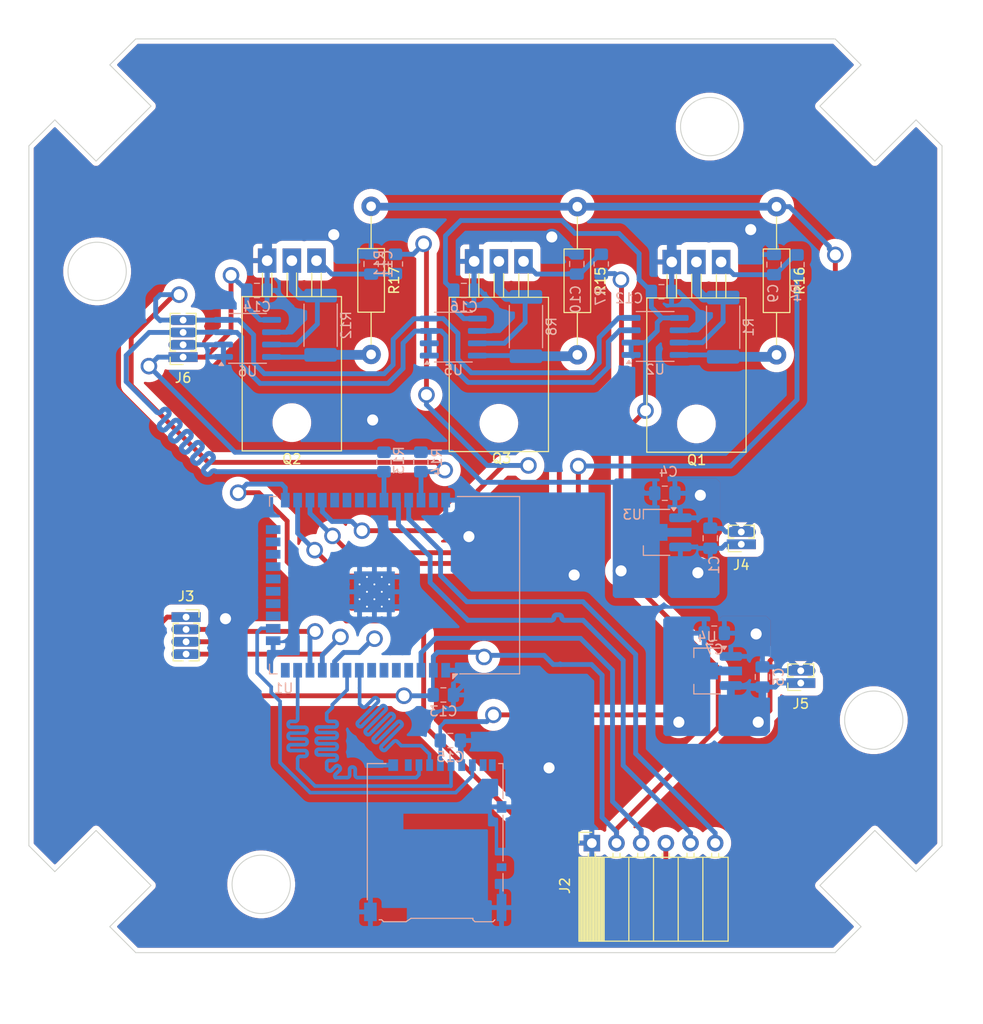
<source format=kicad_pcb>
(kicad_pcb (version 20241229) (generator "pcbnew") (generator_version "9.0")
  (layers (0 "F.Cu" signal) (2 "B.Cu" signal) (13 "F.Paste" user) (15 "B.Paste" user) (5 "F.SilkS" user "F.Silkscreen") (7 "B.SilkS" user "B.Silkscreen") (1 "F.Mask" user) (3 "B.Mask" user) (25 "Edge.Cuts" user))
  (net 0 "")
  (net 1 "GND")
  (net 2 "V_{in1}")
  (net 3 "3.3V_{1}")
  (net 4 "3.3V_{2}")
  (net 5 "Net-(Q1-G)")
  (net 6 "CLK")
  (net 9 "MOSI")
  (net 11 "MISO")
  (net 12 "CS")
  (net 14 "RXD0")
  (net 15 "TXD0")
  (net 16 "IO0")
  (net 17 "EN")
  (net 18 "STEP")
  (net 19 "DIR")
  (net 20 "V_{in2}")
  (net 21 "SDA")
  (net 22 "SCL")
  (net 23 "G1")
  (net 24 "G3")
  (net 25 "G2")
  (net 27 "BUZZ")
  (net 45 "Net-(Q2-G)")
  (net 46 "Net-(Q1-D)")
  (net 47 "Net-(Q2-D)")
  (net 48 "Net-(U2-IN+)")
  (net 49 "Net-(U5-IN+)")
  (net 50 "Net-(U6-IN+)")
  (net 51 "Net-(Q3-G)")
  (net 52 "Net-(Q3-D)")
  (footprint "Resistor_THT:R_Axial_DIN0207_L6.3mm_D2.5mm_P15.24mm_Horizontal" (layer "F.Cu") (at 154.5145 54.0595 -90)
    (property "Reference" "R15")
    (property "Value" "R_US")
  )
  (footprint "Package_TO_SOT_THT:TO-220-3_Horizontal_TabDown" (layer "F.Cu") (at 148.972 59.682 180)
    (property "Reference" "Q3")
    (property "Value" "IRLZ24")
  )
  (footprint "Connector_PinSocket_1.27mm:PinSocket_1x02_P1.27mm_Vertical" (layer "F.Cu") (at 177.512 103.066644 180)
    (property "Reference" "J5")
    (property "Value" "C2")
  )
  (footprint "Resistor_THT:R_Axial_DIN0207_L6.3mm_D2.5mm_P15.24mm_Horizontal" (layer "F.Cu") (at 175.022 54.0595 -90)
    (property "Reference" "R16")
    (property "Value" "R_US")
  )
  (footprint "Connector_PinSocket_1.27mm:PinSocket_1x04_P1.27mm_Vertical" (layer "F.Cu") (at 114.237 96.28)
    (property "Reference" "J3")
    (property "Value" "C5")
  )
  (footprint "Resistor_THT:R_Axial_DIN0207_L6.3mm_D2.5mm_P15.24mm_Horizontal" (layer "F.Cu") (at 133.2845 54.022 -90)
    (property "Reference" "R17")
    (property "Value" "R_US")
  )
  (footprint "Connector_PinSocket_1.27mm:PinSocket_1x02_P1.27mm_Vertical" (layer "F.Cu") (at 171.39 88.7905 180)
    (property "Reference" "J4")
    (property "Value" "C1")
  )
  (footprint "Connector_PinSocket_1.27mm:PinSocket_1x04_P1.27mm_Vertical" (layer "F.Cu") (at 113.93 69.536 180)
    (property "Reference" "J6")
    (property "Value" "C6")
  )
  (footprint "Package_TO_SOT_THT:TO-220-3_Horizontal_TabDown" (layer "F.Cu") (at 169.312 59.747 180)
    (property "Reference" "Q1")
    (property "Value" "IRLZ24")
  )
  (footprint "Connector_PinSocket_2.54mm:PinSocket_1x06_P2.54mm_Horizontal" (layer "F.Cu") (at 156.005 119.53 90)
    (property "Reference" "J2")
    (property "Value" "Prog")
  )
  (footprint "Package_TO_SOT_THT:TO-220-3_Horizontal_TabDown" (layer "F.Cu") (at 127.662 59.612 180)
    (property "Reference" "Q2")
    (property "Value" "IRLZ24")
  )
  (footprint "Resistor_SMD:R_0805_2012Metric_Pad1.20x1.40mm_HandSolder" (layer "B.Cu") (at 135.7845 59.9545 -90)
    (property "Reference" "R11")
    (property "Value" "10K")
  )
  (footprint "Package_SO:SOIC-8_3.9x4.9mm_P1.27mm" (layer "B.Cu") (at 162.522 67.407)
    (property "Reference" "U2")
    (property "Value" "INA219AxD")
  )
  (footprint "Resistor_SMD:R_2512_6332Metric_Pad1.40x3.35mm_HandSolder" (layer "B.Cu") (at 149.222 66.392 90)
    (property "Reference" "R8")
    (property "Value" "0.1")
  )
  (footprint "Capacitor_SMD:C_0805_2012Metric_Pad1.18x1.45mm_HandSolder" (layer "B.Cu") (at 141.44 108.98)
    (property "Reference" "C15")
    (property "Value" "0.1μF")
  )
  (footprint "Package_TO_SOT_SMD:SOT-89-3_Handsoldering" (layer "B.Cu") (at 162.668685 87.5655 180)
    (property "Reference" "U3")
    (property "Value" "AZ1117-3.3")
  )
  (footprint "Resistor_SMD:R_0805_2012Metric_Pad1.20x1.40mm_HandSolder" (layer "B.Cu") (at 156.972 59.9545 90)
    (property "Reference" "R7")
    (property "Value" "10K")
  )
  (footprint "Capacitor_SMD:C_0805_2012Metric_Pad1.18x1.45mm_HandSolder" (layer "B.Cu") (at 168.197 88.1655 90)
    (property "Reference" "C1")
    (property "Value" "10μF")
  )
  (footprint "Package_SO:SOIC-8_3.9x4.9mm_P1.27mm" (layer "B.Cu") (at 141.747 67.477)
    (property "Reference" "U5")
    (property "Value" "INA219AxD")
  )
  (footprint "Capacitor_SMD:C_0805_2012Metric_Pad1.18x1.45mm_HandSolder" (layer "B.Cu") (at 163.518685 83.542)
    (property "Reference" "C4")
    (property "Value" "22μF")
  )
  (footprint "Capacitor_SMD:C_0805_2012Metric_Pad1.18x1.45mm_HandSolder" (layer "B.Cu") (at 168.608 97.934644)
    (property "Reference" "C7")
    (property "Value" "22μF")
  )
  (footprint "Capacitor_SMD:C_0805_2012Metric_Pad1.18x1.45mm_HandSolder" (layer "B.Cu") (at 163.172 62.812)
    (property "Reference" "C12")
    (property "Value" "0.1μF")
  )
  (footprint "Capacitor_SMD:C_0805_2012Metric_Pad1.18x1.45mm_HandSolder" (layer "B.Cu") (at 154.4595 59.9545 90)
    (property "Reference" "C10")
    (property "Value" "22μF")
  )
  (footprint "Capacitor_SMD:C_0805_2012Metric_Pad1.18x1.45mm_HandSolder" (layer "B.Cu") (at 142.832 62.682)
    (property "Reference" "C16")
    (property "Value" "0.1μF")
  )
  (footprint "Package_SO:SOIC-8_3.9x4.9mm_P1.27mm" (layer "B.Cu") (at 120.5595 67.607)
    (property "Reference" "U6")
    (property "Value" "INA219AxD")
  )
  (footprint "Capacitor_SMD:C_0805_2012Metric_Pad1.18x1.45mm_HandSolder" (layer "B.Cu") (at 140.72 104.29)
    (property "Reference" "C13")
    (property "Value" "0.1μF")
  )
  (footprint "Capacitor_SMD:C_0805_2012Metric_Pad1.18x1.45mm_HandSolder" (layer "B.Cu") (at 121.532 62.682)
    (property "Reference" "C14")
    (property "Value" "0.1μF")
  )
  (footprint "Resistor_SMD:R_0805_2012Metric_Pad1.20x1.40mm_HandSolder" (layer "B.Cu") (at 138.405 80.318 90)
    (property "Reference" "R14")
    (property "Value" "10K")
  )
  (footprint "Resistor_SMD:R_0805_2012Metric_Pad1.20x1.40mm_HandSolder" (layer "B.Cu") (at 134.608 80.321 90)
    (property "Reference" "R13")
    (property "Value" "10K")
  )
  (footprint "Resistor_SMD:R_0805_2012Metric_Pad1.20x1.40mm_HandSolder" (layer "B.Cu") (at 177.122 60.0195 90)
    (property "Reference" "R4")
    (property "Value" "10K")
  )
  (footprint "Connector_Card:microSD_HC_Hirose_DM3AT-SF-PEJM5" (layer "B.Cu") (at 139.885 119.235 180)
    (property "Reference" "J1" (hide yes))
    (property "Value" "Micro_SD_Card_Det2")
  )
  (footprint "Resistor_SMD:R_2512_6332Metric_Pad1.40x3.35mm_HandSolder" (layer "B.Cu") (at 169.522 66.457 90)
    (property "Reference" "R1")
    (property "Value" "0.1")
  )
  (footprint "RF_Module:ESP32-WROOM-32" (layer "B.Cu") (at 132.71 93 90)
    (property "Reference" "U1")
    (property "Value" "ESP32-WROOM-32")
  )
  (footprint "Capacitor_SMD:C_0805_2012Metric_Pad1.18x1.45mm_HandSolder" (layer "B.Cu") (at 174.7595 60.0195 90)
    (property "Reference" "C9")
    (property "Value" "22μF")
  )
  (footprint "Capacitor_SMD:C_0805_2012Metric_Pad1.18x1.45mm_HandSolder" (layer "B.Cu") (at 173.569 102.441644 90)
    (property "Reference" "C5")
    (property "Value" "10μF")
  )
  (footprint "Capacitor_SMD:C_0805_2012Metric_Pad1.18x1.45mm_HandSolder" (layer "B.Cu") (at 133.2845 59.9545 90)
    (property "Reference" "C11")
    (property "Value" "22μF")
  )
  (footprint "Resistor_SMD:R_2512_6332Metric_Pad1.40x3.35mm_HandSolder" (layer "B.Cu") (at 128.0845 66.252 90)
    (property "Reference" "R12")
    (property "Value" "0.1")
  )
  (footprint "Package_TO_SOT_SMD:SOT-89-3_Handsoldering" (layer "B.Cu") (at 167.866685 101.823144 180)
    (property "Reference" "U4")
    (property "Value" "AZ1117-3.3")
  )
  (gr_line (start 109.054 130.8) (end 181.054 130.8) (stroke (width 0.1)) (layer "Edge.Cuts"))
  (gr_line (start 98.054 47.8) (end 98.054 119.8) (stroke (width 0.1)) (layer "Edge.Cuts"))
  (gr_line (start 106.382 128.128) (end 110.624 123.886) (stroke (width 0.1)) (layer "Edge.Cuts"))
  (gr_line (start 109.054 36.8) (end 106.383 39.471) (stroke (width 0.1)) (layer "Edge.Cuts"))
  (gr_line (start 98.054 119.8) (end 100.725 122.471) (stroke (width 0.1)) (layer "Edge.Cuts"))
  (gr_line (start 192.054 119.8) (end 192.054 47.8) (stroke (width 0.1)) (layer "Edge.Cuts"))
  (gr_line (start 110.624 123.886) (end 104.967 118.229) (stroke (width 0.1)) (layer "Edge.Cuts"))
  (gr_circle (center 168.1355 45.821) (end 170.2565 43.7) (stroke (width 0.1)) (fill no) (layer "Edge.Cuts"))
  (gr_line (start 104.968 49.37) (end 110.625 43.713) (stroke (width 0.1)) (layer "Edge.Cuts"))
  (gr_line (start 183.726 39.472) (end 179.484 43.714) (stroke (width 0.1)) (layer "Edge.Cuts"))
  (gr_circle (center 185.029 106.885) (end 187.15 109.006) (stroke (width 0.1)) (fill no) (layer "Edge.Cuts"))
  (gr_circle (center 105.079 60.715) (end 102.958 58.594) (stroke (width 0.1)) (fill no) (layer "Edge.Cuts"))
  (gr_line (start 181.054 36.8) (end 183.726 39.472) (stroke (width 0.1)) (layer "Edge.Cuts"))
  (gr_line (start 181.054 130.8) (end 183.725 128.129) (stroke (width 0.1)) (layer "Edge.Cuts"))
  (gr_line (start 110.625 43.713) (end 106.383 39.471) (stroke (width 0.1)) (layer "Edge.Cuts"))
  (gr_line (start 192.054 47.8) (end 189.383 45.129) (stroke (width 0.1)) (layer "Edge.Cuts"))
  (gr_line (start 179.483 123.887) (end 183.725 128.129) (stroke (width 0.1)) (layer "Edge.Cuts"))
  (gr_circle (center 121.969 123.775) (end 119.848 125.896) (stroke (width 0.1)) (fill no) (layer "Edge.Cuts"))
  (gr_line (start 179.484 43.714) (end 185.141 49.371) (stroke (width 0.1)) (layer "Edge.Cuts"))
  (gr_line (start 189.382 122.472) (end 185.14 118.23) (stroke (width 0.1)) (layer "Edge.Cuts"))
  (gr_line (start 109.054 130.8) (end 106.382 128.128) (stroke (width 0.1)) (layer "Edge.Cuts"))
  (gr_line (start 100.726 45.128) (end 104.968 49.37) (stroke (width 0.1)) (layer "Edge.Cuts"))
  (gr_line (start 185.14 118.23) (end 179.483 123.887) (stroke (width 0.1)) (layer "Edge.Cuts"))
  (gr_line (start 185.141 49.371) (end 189.383 45.129) (stroke (width 0.1)) (layer "Edge.Cuts"))
  (gr_line (start 192.054 119.8) (end 189.382 122.472) (stroke (width 0.1)) (layer "Edge.Cuts"))
  (gr_line (start 104.967 118.229) (end 100.725 122.471) (stroke (width 0.1)) (layer "Edge.Cuts"))
  (gr_line (start 181.054 36.8) (end 109.054 36.8) (stroke (width 0.1)) (layer "Edge.Cuts"))
  (gr_line (start 98.054 47.8) (end 100.726 45.128) (stroke (width 0.1)) (layer "Edge.Cuts"))
  (segment (start 117.189 97.55) (end 118.294 96.445) (width 0.5) (layer "F.Cu") (net 1))
  (segment (start 114.237 97.55) (end 117.189 97.55) (width 0.5) (layer "F.Cu") (net 1))
  (via (at 133.443 76.001) (size 1.7) (drill 1.143) (layers "F.Cu" "B.Cu") (net 1))
  (via (at 129.439 56.94) (size 1.7) (drill 1.143) (layers "F.Cu" "B.Cu") (net 1))
  (via (at 143.351 87.999) (size 1.7) (drill 1.143) (layers "F.Cu" "B.Cu") (net 1))
  (via (at 151.884 57.174) (size 1.7) (drill 1.143) (layers "F.Cu" "B.Cu") (net 1))
  (via (at 172.362 56.418) (size 1.7) (drill 1.143) (layers "F.Cu" "B.Cu") (net 1))
  (via (at 151.602 111.792) (size 1.7) (drill 1.143) (layers "F.Cu" "B.Cu") (net 1))
  (via (at 118.294 96.445) (size 1.7) (drill 1.143) (layers "F.Cu" "B.Cu") (net 1))
  (via (at 172.92 98.015) (size 1.7) (drill 1.143) (layers "F.Cu" "B.Cu") (net 1))
  (via (at 154.187 91.951) (size 1.7) (drill 1.143) (layers "F.Cu" "B.Cu") (net 1))
  (via (at 167.177 83.748) (size 1.7) (drill 1.143) (layers "F.Cu" "B.Cu") (net 1))
  (segment (start 175.0615 101.404144) (end 173.569 101.404144) (width 0.5) (layer "B.Cu") (net 1))
  (segment (start 166.112 66.772) (end 164.997 66.772) (width 0.5) (layer "B.Cu") (net 1))
  (segment (start 142.61 111.51) (end 142.61 109.1125) (width 0.375) (layer "B.Cu") (net 1))
  (segment (start 172.362 56.418) (end 164.242 56.418) (width 1) (layer "B.Cu") (net 1))
  (segment (start 145.632 66.842) (end 144.222 66.842) (width 0.5) (layer "B.Cu") (net 1))
  (segment (start 169.7945 87.5205) (end 169.44 87.166) (width 0.5) (layer "B.Cu") (net 1))
  (segment (start 168.235 87.166) (end 168.197 87.128) (width 0.5) (layer "B.Cu") (net 1))
  (segment (start 122.5695 62.682) (end 122.5695 59.6245) (width 0.5) (layer "B.Cu") (net 1))
  (segment (start 152.74 102.36) (end 143.6875 102.36) (width 0.5) (layer "B.Cu") (net 1))
  (segment (start 143.6875 102.36) (end 141.7575 104.29) (width 0.5) (layer "B.Cu") (net 1))
  (segment (start 140.96 85.608) (end 143.351 87.999) (width 0.5) (layer "B.Cu") (net 1))
  (segment (start 140.96 84.25) (end 140.96 85.608) (width 0.5) (layer "B.Cu") (net 1))
  (segment (start 154.4595 58.917) (end 154.033 58.917) (width 1) (layer "B.Cu") (net 1))
  (segment (start 164.232 56.428) (end 164.242 56.418) (width 1) (layer "B.Cu") (net 1))
  (segment (start 146.182 64.372) (end 146.182 66.292) (width 0.5) (layer "B.Cu") (net 1))
  (segment (start 123.432 62.682) (end 125.142 64.392) (width 0.5) (layer "B.Cu") (net 1))
  (segment (start 122.5695 62.682) (end 123.432 62.682) (width 0.5) (layer "B.Cu") (net 1))
  (segment (start 155.432 102.36) (end 152.74 102.36) (width 0.5) (layer "B.Cu") (net 1))
  (segment (start 164.232 59.747) (end 164.232 56.428) (width 1) (layer "B.Cu") (net 1))
  (segment (start 125.142 66.412) (end 124.582 66.972) (width 0.5) (layer "B.Cu") (net 1))
  (segment (start 171.39 87.5205) (end 169.7945 87.5205) (width 0.5) (layer "B.Cu") (net 1))
  (segment (start 122.582 56.937) (end 122.582 59.612) (width 1) (layer "B.Cu") (net 1))
  (segment (start 173.001 56.418) (end 172.362 56.418) (width 1) (layer "B.Cu") (net 1))
  (segment (start 143.892 57.981) (end 143.892 59.682) (width 1) (layer "B.Cu") (net 1))
  (segment (start 118.0845 68.242) (end 118.0845 69.512) (width 0.5) (layer "B.Cu") (net 1))
  (segment (start 129.439 56.94) (end 122.667 56.94) (width 1) (layer "B.Cu") (net 1))
  (segment (start 122.667 56.94) (end 122.623 56.896) (width 1) (layer "B.Cu") (net 1))
  (segment (start 174.7595 58.982) (end 174.7595 58.2045) (width 1) (layer "B.Cu") (net 1))
  (segment (start 143.899 57.176) (end 143.899 57.974) (width 1) (layer "B.Cu") (net 1))
  (segment (start 164.2095 59.7695) (end 164.232 59.747) (width 0.5) (layer "B.Cu") (net 1))
  (segment (start 156.005 119.53) (end 156.005 102.933) (width 0.5) (layer "B.Cu") (net 1))
  (segment (start 175.454 101.796644) (end 175.0615 101.404144) (width 0.5) (layer "B.Cu") (net 1))
  (segment (start 122.5695 59.6245) (end 122.582 59.612) (width 0.5) (layer "B.Cu") (net 1))
  (segment (start 113.93 68.266) (end 118.0605 68.266) (width 0.5) (layer "B.Cu") (net 1))
  (segment (start 164.942 62.812) (end 166.912 64.782) (width 0.5) (layer "B.Cu") (net 1))
  (segment (start 174.7595 58.2045) (end 172.987 56.432) (width 1) (layer "B.Cu") (net 1))
  (segment (start 118.0605 68.266) (end 118.0845 68.242) (width 0.5) (layer "B.Cu") (net 1))
  (segment (start 146.182 66.292) (end 145.632 66.842) (width 0.5) (layer "B.Cu") (net 1))
  (segment (start 164.2095 62.812) (end 164.942 62.812) (width 0.5) (layer "B.Cu") (net 1))
  (segment (start 143.8695 62.682) (end 143.8695 59.7045) (width 0.5) (layer "B.Cu") (net 1))
  (segment (start 177.512 101.796644) (end 175.454 101.796644) (width 0.5) (layer "B.Cu") (net 1))
  (segment (start 143.8695 62.682) (end 144.492 62.682) (width 0.5) (layer "B.Cu") (net 1))
  (segment (start 144.492 62.682) (end 146.182 64.372) (width 0.5) (layer "B.Cu") (net 1))
  (segment (start 156.005 102.933) (end 155.432 102.36) (width 0.5) (layer "B.Cu") (net 1))
  (segment (start 154.033 58.917) (end 152.29 57.174) (width 1) (layer "B.Cu") (net 1))
  (segment (start 133.2845 58.917) (end 131.416 58.917) (width 1) (layer "B.Cu") (net 1))
  (segment (start 142.61 109.1125) (end 142.4775 108.98) (width 0.375) (layer "B.Cu") (net 1))
  (segment (start 172.987 56.432) (end 173.001 56.418) (width 1) (layer "B.Cu") (net 1))
  (segment (start 166.912 65.972) (end 166.112 66.772) (width 0.5) (layer "B.Cu") (net 1))
  (segment (start 151.884 57.174) (end 143.901 57.174) (width 1) (layer "B.Cu") (net 1))
  (segment (start 152.29 57.174) (end 151.884 57.174) (width 1) (layer "B.Cu") (net 1))
  (segment (start 124.582 66.972) (end 123.0345 66.972) (width 0.5) (layer "B.Cu") (net 1))
  (segment (start 131.416 58.917) (end 129.439 56.94) (width 1) (layer "B.Cu") (net 1))
  (segment (start 125.142 64.392) (end 125.142 66.412) (width 0.5) (layer "B.Cu") (net 1))
  (segment (start 164.2095 62.812) (end 164.2095 59.7695) (width 0.5) (layer "B.Cu") (net 1))
  (segment (start 143.8695 59.7045) (end 143.892 59.682) (width 0.5) (layer "B.Cu") (net 1))
  (segment (start 143.899 57.974) (end 143.892 57.981) (width 1) (layer "B.Cu") (net 1))
  (segment (start 169.44 87.166) (end 168.235 87.166) (width 0.5) (layer "B.Cu") (net 1))
  (segment (start 140.94 101.77) (end 140.96 101.75) (width 0.375) (layer "B.Cu") (net 1))
  (segment (start 166.912 64.782) (end 166.912 65.972) (width 0.5) (layer "B.Cu") (net 1))
  (segment (start 143.899 57.176) (end 143.901 57.174) (width 1) (layer "B.Cu") (net 1))
  (segment (start 122.623 56.896) (end 122.582 56.937) (width 1) (layer "B.Cu") (net 1))
  (via (at 166.921 91.717) (size 1.7) (drill 1.143) (layers "F.Cu" "B.Cu") (net 2))
  (segment (start 171.39 88.7905) (end 169.7935 88.7905) (width 0.5) (layer "B.Cu") (net 2))
  (segment (start 169.7935 88.7905) (end 169.381 89.203) (width 0.5) (layer "B.Cu") (net 2))
  (segment (start 169.381 89.203) (end 168.197 89.203) (width 0.5) (layer "B.Cu") (net 2))
  (segment (start 158.545 118.088) (end 169.016 107.617) (width 0.5) (layer "F.Cu") (net 3))
  (segment (start 161.532 75.042) (end 159.0135 77.5605) (width 0.5) (layer "F.Cu") (net 3))
  (segment (start 111.479 97.09) (end 111.479 103.121) (width 0.5) (layer "F.Cu") (net 3))
  (segment (start 118.862 66.881) (end 116.207 69.536) (width 0.5) (layer "F.Cu") (net 3))
  (segment (start 159.0135 77.5605) (end 159.0135 91.5245) (width 0.5) (layer "F.Cu") (net 3))
  (segment (start 169.016 107.617) (end 169.016 101.527) (width 0.5) (layer "F.Cu") (net 3))
  (segment (start 112.506 104.148) (end 112.734 104.376) (width 0.5) (layer "F.Cu") (net 3))
  (segment (start 111.479 103.121) (end 112.506 104.148) (width 0.5) (layer "F.Cu") (net 3))
  (segment (start 169.016 101.527) (end 159.0135 91.5245) (width 0.5) (layer "F.Cu") (net 3))
  (segment (start 116.207 69.536) (end 113.93 69.536) (width 0.5) (layer "F.Cu") (net 3))
  (segment (start 158.545 119.53) (end 158.545 118.088) (width 0.5) (layer "F.Cu") (net 3))
  (segment (start 118.862 61.119) (end 118.862 66.881) (width 0.5) (layer "F.Cu") (net 3))
  (segment (start 114.237 96.28) (end 112.289 96.28) (width 0.5) (layer "F.Cu") (net 3))
  (segment (start 112.289 96.28) (end 111.479 97.09) (width 0.5) (layer "F.Cu") (net 3))
  (segment (start 112.734 104.376) (end 136.665 104.376) (width 0.5) (layer "F.Cu") (net 3))
  (via (at 110.408 70.462) (size 1.7) (drill 1.143) (layers "F.Cu" "B.Cu") (net 3))
  (via (at 161.532 75.042) (size 1.7) (drill 1.143) (layers "F.Cu" "B.Cu") (net 3))
  (via (at 118.862 61.119) (size 1.7) (drill 1.143) (layers "F.Cu" "B.Cu") (net 3))
  (via (at 159.0135 91.5245) (size 1.7) (drill 1.143) (layers "F.Cu" "B.Cu") (net 3))
  (via (at 136.665 104.376) (size 1.7) (drill 1.143) (layers "F.Cu" "B.Cu") (net 3))
  (via (at 144.909 100.384) (size 1.7) (drill 1.143) (layers "F.Cu" "B.Cu") (net 3))
  (segment (start 152.807 101.157) (end 152.74 101.09) (width 0.5) (layer "B.Cu") (net 3))
  (segment (start 157.062 102.252) (end 155.967 101.157) (width 0.5) (layer "B.Cu") (net 3))
  (segment (start 111.334 69.536) (end 110.408 70.462) (width 0.5) (layer "B.Cu") (net 3))
  (segment (start 159.0135 91.5245) (end 159.051 91.562) (width 0.375) (layer "B.Cu") (net 3))
  (segment (start 139.69 100.333) (end 140.124 99.899) (width 0.5) (layer "B.Cu") (net 3))
  (segment (start 158.545 118.377) (end 157.062 116.894) (width 0.5) (layer "B.Cu") (net 3))
  (segment (start 134.608 79.321) (end 138.402 79.321) (width 0.5) (layer "B.Cu") (net 3))
  (segment (start 141.759 62.682) (end 140.9385 61.8615) (width 0.5) (layer "B.Cu") (net 3))
  (segment (start 136.665 104.376) (end 139.5965 104.376) (width 0.5) (layer "B.Cu") (net 3))
  (segment (start 162.1345 64.4145) (end 162.1345 62.812) (width 0.5) (layer "B.Cu") (net 3))
  (segment (start 139.69 100.6) (end 139.69 100.333) (width 0.5) (layer "B.Cu") (net 3))
  (segment (start 139.64 101.8) (end 139.69 101.75) (width 0.375) (layer "B.Cu") (net 3))
  (segment (start 158.8 56.816) (end 160.874 58.89) (width 0.5) (layer "B.Cu") (net 3))
  (segment (start 159.001 91.512) (end 159.0135 91.5245) (width 0.375) (layer "B.Cu") (net 3))
  (segment (start 160.047 68.042) (end 161.532 68.042) (width 0.5) (layer "B.Cu") (net 3))
  (segment (start 113.93 69.536) (end 111.334 69.536) (width 0.5) (layer "B.Cu") (net 3))
  (segment (start 164.997 65.502) (end 163.222 65.502) (width 0.5) (layer "B.Cu") (net 3))
  (segment (start 138.402 79.321) (end 138.405 79.318) (width 0.5) (layer "B.Cu") (net 3))
  (segment (start 139.64 104.25) (end 139.64 101.8) (width 0.375) (layer "B.Cu") (net 3))
  (segment (start 160.874 61.5515) (end 162.1345 62.812) (width 0.5) (layer "B.Cu") (net 3))
  (segment (start 139.69 101.75) (end 139.69 100.6) (width 0.5) (layer "B.Cu") (net 3))
  (segment (start 119.6335 61.8615) (end 119.6045 61.8615) (width 0.5) (layer "B.Cu") (net 3))
  (segment (start 119.6045 61.8615) (end 118.862 61.119) (width 0.5) (layer "B.Cu") (net 3))
  (segment (start 139.5965 104.376) (end 139.6825 104.29) (width 0.5) (layer "B.Cu") (net 3))
  (segment (start 120.454 62.682) (end 119.6335 61.8615) (width 0.5) (layer "B.Cu") (net 3))
  (segment (start 155.967 101.157) (end 152.807 101.157) (width 0.5) (layer "B.Cu") (net 3))
  (segment (start 142.512 55.485) (end 152.944 55.485) (width 0.5) (layer "B.Cu") (net 3))
  (segment (start 163.222 65.502) (end 162.1345 64.4145) (width 0.5) (layer "B.Cu") (net 3))
  (segment (start 158.545 119.53) (end 158.545 118.377) (width 0.5) (layer "B.Cu") (net 3))
  (segment (start 123.0345 65.702) (end 121.852 65.702) (width 0.5) (layer "B.Cu") (net 3))
  (segment (start 160.874 58.89) (end 160.874 61.5515) (width 0.5) (layer "B.Cu") (net 3))
  (segment (start 141.7945 64.5445) (end 141.7945 62.682) (width 0.5) (layer "B.Cu") (net 3))
  (segment (start 144.927 99.96) (end 144.927 100.366) (width 0.5) (layer "B.Cu") (net 3))
  (segment (start 140.9385 57.0585) (end 142.512 55.485) (width 0.5) (layer "B.Cu") (net 3))
  (segment (start 120.4945 64.3445) (end 120.4945 62.682) (width 0.5) (layer "B.Cu") (net 3))
  (segment (start 140.9385 61.8615) (end 140.9385 57.0585) (width 0.5) (layer "B.Cu") (net 3))
  (segment (start 157.062 116.894) (end 157.062 115.991) (width 0.5) (layer "B.Cu") (net 3))
  (segment (start 162.742 66.832) (end 162.742 65.982) (width 0.5) (layer "B.Cu") (net 3))
  (segment (start 152.944 55.485) (end 154.275 56.816) (width 0.5) (layer "B.Cu") (net 3))
  (segment (start 160.307 82.409) (end 161.44 83.542) (width 0.5) (layer "B.Cu") (net 3))
  (segment (start 162.742 65.982) (end 163.222 65.502) (width 0.5) (layer "B.Cu") (net 3))
  (segment (start 161.532 68.042) (end 161.532 75.042) (width 0.5) (layer "B.Cu") (net 3))
  (segment (start 152.807 101.157) (end 152.032 101.157) (width 0.5) (layer "B.Cu") (net 3))
  (segment (start 160.047 69.312) (end 160.047 68.042) (width 0.5) (layer "B.Cu") (net 3))
  (segment (start 144.707 82.409) (end 141.616 79.318) (width 0.5) (layer "B.Cu") (net 3))
  (segment (start 141.616 79.318) (end 138.405 79.318) (width 0.5) (layer "B.Cu") (net 3))
  (segment (start 144.424 99.899) (end 144.909 100.384) (width 0.5) (layer "B.Cu") (net 3))
  (segment (start 142.822 65.572) (end 141.7945 64.5445) (width 0.5) (layer "B.Cu") (net 3))
  (segment (start 110.408 70.462) (end 119.267 79.321) (width 0.5) (layer "B.Cu") (net 3))
  (segment (start 152.032 101.157) (end 151.092 100.217) (width 0.5) (layer "B.Cu") (net 3))
  (segment (start 154.275 56.816) (end 158.8 56.816) (width 0.5) (layer "B.Cu") (net 3))
  (segment (start 161.44 83.542) (end 162.481185 83.542) (width 0.5) (layer "B.Cu") (net 3))
  (segment (start 144.927 100.366) (end 144.909 100.384) (width 0.5) (layer "B.Cu") (net 3))
  (segment (start 161.532 75.151) (end 161.532 75.042) (width 0.5) (layer "B.Cu") (net 3))
  (segment (start 160.22 69.485) (end 160.047 69.312) (width 0.5) (layer "B.Cu") (net 3))
  (segment (start 140.124 99.899) (end 144.424 99.899) (width 0.5) (layer "B.Cu") (net 3))
  (segment (start 157.062 115.991) (end 157.062 102.252) (width 0.5) (layer "B.Cu") (net 3))
  (segment (start 144.707 82.409) (end 160.307 82.409) (width 0.5) (layer "B.Cu") (net 3))
  (segment (start 121.852 65.702) (end 120.4945 64.3445) (width 0.5) (layer "B.Cu") (net 3))
  (segment (start 151.092 100.217) (end 145.076 100.217) (width 0.5) (layer "B.Cu") (net 3))
  (segment (start 161.532 68.042) (end 162.742 66.832) (width 0.5) (layer "B.Cu") (net 3))
  (segment (start 119.267 79.321) (end 134.608 79.321) (width 0.5) (layer "B.Cu") (net 3))
  (segment (start 144.222 65.572) (end 142.822 65.572) (width 0.5) (layer "B.Cu") (net 3))
  (segment (start 145.076 100.217) (end 144.909 100.384) (width 0.5) (layer "B.Cu") (net 3))
  (segment (start 164.212 106.341) (end 164.962 107.091) (width 0.5) (layer "F.Cu") (net 4))
  (segment (start 145.872 106.341) (end 164.212 106.341) (width 0.5) (layer "F.Cu") (net 4))
  (via (at 145.872 106.341) (size 1.7) (drill 1.143) (layers "F.Cu" "B.Cu") (net 4))
  (via (at 164.962 107.091) (size 1.7) (drill 1.143) (layers "F.Cu" "B.Cu") (net 4))
  (segment (start 140.91 107.03) (end 140.4025 107.5375) (width 0.375) (layer "B.Cu") (net 4))
  (segment (start 145.183 107.03) (end 145.872 106.341) (width 0.5) (layer "B.Cu") (net 4))
  (segment (start 140.4025 107.5375) (end 140.4025 108.98) (width 0.375) (layer "B.Cu") (net 4))
  (segment (start 140.91 107.03) (end 145.183 107.03) (width 0.5) (layer "B.Cu") (net 4))
  (segment (start 140.41 108.9875) (end 140.4025 108.98) (width 0.375) (layer "B.Cu") (net 4))
  (segment (start 140.924 107.044) (end 140.91 107.03) (width 0.375) (layer "B.Cu") (net 4))
  (segment (start 169.23 101.523) (end 169.255 101.548) (width 0.5) (layer "B.Cu") (net 4))
  (segment (start 140.41 111.51) (end 140.41 108.9875) (width 0.375) (layer "B.Cu") (net 4))
  (segment (start 174.872 61.057) (end 176.9095 59.0195) (width 0.5) (layer "B.Cu") (net 5))
  (segment (start 169.312 59.747) (end 170.622 61.057) (width 0.5) (layer "B.Cu") (net 5))
  (segment (start 174.7595 61.057) (end 174.872 61.057) (width 0.5) (layer "B.Cu") (net 5))
  (segment (start 170.622 61.057) (end 174.7595 61.057) (width 0.5) (layer "B.Cu") (net 5))
  (segment (start 176.9095 59.0195) (end 177.122 59.0195) (width 0.5) (layer "B.Cu") (net 5))
  (segment (start 126.449179 107.610494) (end 125.72 107.610494) (width 0.375) (layer "B.Cu") (net 6))
  (segment (start 125.72 108.210494) (end 126.449179 108.210494) (width 0.375) (layer "B.Cu") (net 6))
  (segment (start 141.51 111.51) (end 141.51 113.65) (width 0.375) (layer "B.Cu") (net 6))
  (segment (start 124.99084 108.210494) (end 125.72 108.210494) (width 0.375) (layer "B.Cu") (net 6))
  (segment (start 125.72 108.810494) (end 124.99084 108.810494) (width 0.375) (layer "B.Cu") (net 6))
  (segment (start 124.75084 109.770494) (end 124.75084 109.650494) (width 0.375) (layer "B.Cu") (net 6))
  (segment (start 124.99084 109.410494) (end 125.72 109.410494) (width 0.375) (layer "B.Cu") (net 6))
  (segment (start 124.75084 107.370494) (end 124.75084 107.250494) (width 0.375) (layer "B.Cu") (net 6))
  (segment (start 125.72 106.650494) (end 125.72 106.133857) (width 0.375) (layer "B.Cu") (net 6))
  (segment (start 125.72 109.410494) (end 126.44916 109.410494) (width 0.375) (layer "B.Cu") (net 6))
  (segment (start 124.75084 108.570494) (end 124.75084 108.450494) (width 0.375) (layer "B.Cu") (net 6))
  (segment (start 141.48 113.68) (end 141.46 113.66) (width 0.375) (layer "B.Cu") (net 6))
  (segment (start 124.99084 107.010494) (end 125.48 107.010494) (width 0.375) (layer "B.Cu") (net 6))
  (segment (start 125.48 107.610494) (end 124.99084 107.610494) (width 0.375) (layer "B.Cu") (net 6))
  (segment (start 125.72 106.133857) (end 125.72 101.75) (width 0.375) (layer "B.Cu") (net 6))
  (segment (start 126.44916 110.010494) (end 125.96 110.010494) (width 0.375) (layer "B.Cu") (net 6))
  (segment (start 126.68916 110.370494) (end 126.68916 110.250494) (width 0.375) (layer "B.Cu") (net 6))
  (segment (start 125.72 107.610494) (end 125.48 107.610494) (width 0.375) (layer "B.Cu") (net 6))
  (segment (start 141.51 113.65) (end 141.48 113.68) (width 0.375) (layer "B.Cu") (net 6))
  (segment (start 125.96 110.010494) (end 125.72 110.010494) (width 0.375) (layer "B.Cu") (net 6))
  (segment (start 126.44916 108.810494) (end 125.72 108.810494) (width 0.375) (layer "B.Cu") (net 6))
  (segment (start 125.72 106.770494) (end 125.72 106.650494) (width 0.375) (layer "B.Cu") (net 6))
  (segment (start 141.46 113.66) (end 127.51 113.66) (width 0.375) (layer "B.Cu") (net 6))
  (segment (start 125.72 111.87) (end 125.72 110.850494) (width 0.375) (layer "B.Cu") (net 6))
  (segment (start 126.689179 107.970494) (end 126.689179 107.850494) (width 0.375) (layer "B.Cu") (net 6))
  (segment (start 126.68916 109.170494) (end 126.68916 109.050494) (width 0.375) (layer "B.Cu") (net 6))
  (segment (start 125.72 110.010494) (end 124.99084 110.010494) (width 0.375) (layer "B.Cu") (net 6))
  (segment (start 125.96 110.610494) (end 126.44916 110.610494) (width 0.375) (layer "B.Cu") (net 6))
  (segment (start 127.51 113.66) (end 125.72 111.87) (width 0.375) (layer "B.Cu") (net 6))
  (arc (start 126.689179 107.850494) (mid 126.618885 107.680788) (end 126.449179 107.610494) (width 0.375) (layer "B.Cu") (net 6))
  (arc (start 126.449179 108.210494) (mid 126.618885 108.1402) (end 126.689179 107.970494) (width 0.375) (layer "B.Cu") (net 6))
  (arc (start 126.44916 109.410494) (mid 126.618866 109.3402) (end 126.68916 109.170494) (width 0.375) (layer "B.Cu") (net 6))
  (arc (start 124.99084 110.010494) (mid 124.821134 109.9402) (end 124.75084 109.770494) (width 0.375) (layer "B.Cu") (net 6))
  (arc (start 126.68916 110.250494) (mid 126.618866 110.080788) (end 126.44916 110.010494) (width 0.375) (layer "B.Cu") (net 6))
  (arc (start 126.68916 109.050494) (mid 126.618866 108.880788) (end 126.44916 108.810494) (width 0.375) (layer "B.Cu") (net 6))
  (arc (start 125.72 110.850494) (mid 125.790294 110.680788) (end 125.96 110.610494) (width 0.375) (layer "B.Cu") (net 6))
  (arc (start 124.75084 109.650494) (mid 124.821134 109.480788) (end 124.99084 109.410494) (width 0.375) (layer "B.Cu") (net 6))
  (arc (start 125.48 107.010494) (mid 125.649706 106.9402) (end 125.72 106.770494) (width 0.375) (layer "B.Cu") (net 6))
  (arc (start 124.99084 107.610494) (mid 124.821134 107.5402) (end 124.75084 107.370494) (width 0.375) (layer "B.Cu") (net 6))
  (arc (start 124.99084 108.810494) (mid 124.821134 108.7402) (end 124.75084 108.570494) (width 0.375) (layer "B.Cu") (net 6))
  (arc (start 124.75084 108.450494) (mid 124.821134 108.280788) (end 124.99084 108.210494) (width 0.375) (layer "B.Cu") (net 6))
  (arc (start 126.44916 110.610494) (mid 126.618866 110.5402) (end 126.68916 110.370494) (width 0.375) (layer "B.Cu") (net 6))
  (arc (start 124.75084 107.250494) (mid 124.821134 107.080788) (end 124.99084 107.010494) (width 0.375) (layer "B.Cu") (net 6))
  (segment (start 134.166009 107.286009) (end 133.142345 108.30967) (width 0.375) (layer "B.Cu") (net 9))
  (segment (start 132.1 101.78) (end 132.07 101.75) (width 0.375) (layer "B.Cu") (net 9))
  (segment (start 135.59626 106.343665) (end 135.514939 106.262344) (width 0.375) (layer "B.Cu") (net 9))
  (segment (start 132.817075 108.30967) (end 132.735754 108.228349) (width 0.375) (layer "B.Cu") (net 9))
  (segment (start 136.002849 107.075523) (end 134.979186 108.099185) (width 0.375) (layer "B.Cu") (net 9))
  (segment (start 133.759419 106.879419) (end 134.783081 105.855756) (width 0.375) (layer "B.Cu") (net 9))
  (segment (start 139.29 110.37) (end 138.43 109.51) (width 0.375) (layer "B.Cu") (net 9))
  (segment (start 134.572598 107.692598) (end 135.59626 106.668935) (width 0.375) (layer "B.Cu") (net 9))
  (segment (start 136.39 109.51) (end 135.955 109.075) (width 0.375) (layer "B.Cu") (net 9))
  (segment (start 133.35283 106.47283) (end 132.329166 107.496491) (width 0.375) (layer "B.Cu") (net 9))
  (segment (start 133.108874 105.903605) (end 133.969894 105.042585) (width 0.375) (layer "B.Cu") (net 9))
  (segment (start 131.922576 107.089902) (end 132.946237 106.066238) (width 0.375) (layer "B.Cu") (net 9))
  (segment (start 132.1 103.59) (end 132.1 101.78) (width 0.375) (layer "B.Cu") (net 9))
  (segment (start 132.946237 106.066238) (end 132.94624 106.06624) (width 0.375) (layer "B.Cu") (net 9))
  (segment (start 133.352828 106.472827) (end 133.35283 106.47283) (width 0.375) (layer "B.Cu") (net 9))
  (segment (start 134.362111 109.529438) (end 135.22314 108.66841) (width 0.375) (layer "B.Cu") (net 9))
  (segment (start 135.62973 109.075) (end 134.7687 109.936027) (width 0.375) (layer "B.Cu") (net 9))
  (segment (start 134.443432 109.936028) (end 134.362112 109.854708) (width 0.375) (layer "B.Cu") (net 9))
  (segment (start 135.22314 108.66841) (end 135.385774 108.505776) (width 0.375) (layer "B.Cu") (net 9))
  (segment (start 134.979186 108.099185) (end 134.979188 108.099188) (width 0.375) (layer "B.Cu") (net 9))
  (segment (start 133.563306 104.635998) (end 132.702286 105.497017) (width 0.375) (layer "B.Cu") (net 9))
  (segment (start 139.29 111.49) (end 139.29 110.37) (width 0.375) (layer "B.Cu") (net 9))
  (segment (start 133.548934 108.71626) (end 134.572595 107.692596) (width 0.375) (layer "B.Cu") (net 9))
  (segment (start 139.31 111.51) (end 139.29 111.49) (width 0.375) (layer "B.Cu") (net 9))
  (segment (start 135.385777 108.505777) (end 136.409439 107.482114) (width 0.375) (layer "B.Cu") (net 9))
  (segment (start 132.003896 107.496491) (end 131.922575 107.41517) (width 0.375) (layer "B.Cu") (net 9))
  (segment (start 135.385774 108.505776) (end 135.385777 108.505777) (width 0.375) (layer "B.Cu") (net 9))
  (segment (start 134.166007 107.286006) (end 134.166009 107.286009) (width 0.375) (layer "B.Cu") (net 9))
  (segment (start 134.572595 107.692596) (end 134.572598 107.692598) (width 0.375) (layer "B.Cu") (net 9))
  (segment (start 133.759416 106.879417) (end 133.759419 106.879419) (width 0.375) (layer "B.Cu") (net 9))
  (segment (start 136.409439 107.156844) (end 136.328118 107.075523) (width 0.375) (layer "B.Cu") (net 9))
  (segment (start 135.18967 106.262344) (end 134.166007 107.286006) (width 0.375) (layer "B.Cu") (net 9))
  (segment (start 138.43 109.51) (end 136.39 109.51) (width 0.375) (layer "B.Cu") (net 9))
  (segment (start 132.735755 107.903081) (end 133.759416 106.879417) (width 0.375) (layer "B.Cu") (net 9))
  (segment (start 133.969894 104.717316) (end 133.888576 104.635998) (width 0.375) (layer "B.Cu") (net 9))
  (segment (start 132.94624 106.06624) (end 133.108874 105.903605) (width 0.375) (layer "B.Cu") (net 9))
  (segment (start 132.377016 105.497017) (end 132.295701 105.415701) (width 0.375) (layer "B.Cu") (net 9))
  (segment (start 132.1 105.22) (end 132.1 103.59) (width 0.375) (layer "B.Cu") (net 9))
  (segment (start 132.295701 105.415701) (end 132.1 105.22) (width 0.375) (layer "B.Cu") (net 9))
  (segment (start 134.783081 105.530486) (end 134.70176 105.449165) (width 0.375) (layer "B.Cu") (net 9))
  (segment (start 134.979188 108.099188) (end 133.955524 109.122849) (width 0.375) (layer "B.Cu") (net 9))
  (segment (start 133.630254 109.122849) (end 133.548933 109.041528) (width 0.375) (layer "B.Cu") (net 9))
  (segment (start 134.376491 105.449165) (end 133.352828 106.472827) (width 0.375) (layer "B.Cu") (net 9))
  (arc (start 134.362112 109.854708) (mid 134.294746 109.692074) (end 134.362111 109.529438) (width 0.375) (layer "B.Cu") (net 9))
  (arc (start 134.7687 109.936027) (mid 134.606066 110.003394) (end 134.443432 109.936028) (width 0.375) (layer "B.Cu") (net 9))
  (arc (start 131.922575 107.41517) (mid 131.855209 107.252536) (end 131.922576 107.089902) (width 0.375) (layer "B.Cu") (net 9))
  (arc (start 133.548933 109.041528) (mid 133.481567 108.878894) (end 133.548934 108.71626) (width 0.375) (layer "B.Cu") (net 9))
  (arc (start 135.59626 106.668935) (mid 135.663626 106.5063) (end 135.59626 106.343665) (width 0.375) (layer "B.Cu") (net 9))
  (arc (start 136.409439 107.482114) (mid 136.476805 107.319479) (end 136.409439 107.156844) (width 0.375) (layer "B.Cu") (net 9))
  (arc (start 133.955524 109.122849) (mid 133.79289 109.190216) (end 133.630254 109.122849) (width 0.375) (layer "B.Cu") (net 9))
  (arc (start 134.783081 105.855756) (mid 134.850447 105.693121) (end 134.783081 105.530486) (width 0.375) (layer "B.Cu") (net 9))
  (arc (start 136.328118 107.075523) (mid 136.165484 107.008157) (end 136.002849 107.075523) (width 0.375) (layer "B.Cu") (net 9))
  (arc (start 132.735754 108.228349) (mid 132.668388 108.065715) (end 132.735755 107.903081) (width 0.375) (layer "B.Cu") (net 9))
  (arc (start 132.702286 105.497017) (mid 132.539651 105.564383) (end 132.377016 105.497017) (width 0.375) (layer "B.Cu") (net 9))
  (arc (start 133.142345 108.30967) (mid 132.979711 108.377037) (end 132.817075 108.30967) (width 0.375) (layer "B.Cu") (net 9))
  (arc (start 135.514939 106.262344) (mid 135.352305 106.194978) (end 135.18967 106.262344) (width 0.375) (layer "B.Cu") (net 9))
  (arc (start 133.888576 104.635998) (mid 133.725941 104.568632) (end 133.563306 104.635998) (width 0.375) (layer "B.Cu") (net 9))
  (arc (start 133.969894 105.042585) (mid 134.03726 104.87995) (end 133.969894 104.717316) (width 0.375) (layer "B.Cu") (net 9))
  (arc (start 132.329166 107.496491) (mid 132.166532 107.563858) (end 132.003896 107.496491) (width 0.375) (layer "B.Cu") (net 9))
  (arc (start 135.955 109.075) (mid 135.792364 109.007633) (end 135.62973 109.075) (width 0.375) (layer "B.Cu") (net 9))
  (arc (start 134.70176 105.449165) (mid 134.539126 105.381799) (end 134.376491 105.449165) (width 0.375) (layer "B.Cu") (net 9))
  (segment (start 141.99 114.34) (end 127.01 114.34) (width 0.375) (layer "B.Cu") (net 11))
  (segment (start 121.555084 97.844916) (end 121.959999 97.440001) (width 0.375) (layer "B.Cu") (net 11))
  (segment (start 123.91 111.24) (end 123.91 105.253932) (width 0.375) (layer "B.Cu") (net 11))
  (segment (start 123 103.46) (end 121.555084 102.015084) (width 0.375) (layer "B.Cu") (net 11))
  (segment (start 143.71 111.51) (end 143.71 112.62) (width 0.375) (layer "B.Cu") (net 11))
  (segment (start 123 104.04) (end 123 103.46) (width 0.375) (layer "B.Cu") (net 11))
  (segment (start 123.91 105.253932) (end 123.91 104.95) (width 0.375) (layer "B.Cu") (net 11))
  (segment (start 143.71 112.62) (end 141.99 114.34) (width 0.375) (layer "B.Cu") (net 11))
  (segment (start 123.91 105.595267) (end 123.91 105.253932) (width 0.375) (layer "B.Cu") (net 11))
  (segment (start 127.01 114.34) (end 123.91 111.24) (width 0.375) (layer "B.Cu") (net 11))
  (segment (start 123.91 104.95) (end 123 104.04) (width 0.375) (layer "B.Cu") (net 11))
  (segment (start 121.555084 102.015084) (end 121.555084 97.844916) (width 0.375) (layer "B.Cu") (net 11))
  (segment (start 121.959999 97.440001) (end 123.2 97.440001) (width 0.375) (layer "B.Cu") (net 11))
  (segment (start 131.416814 111.712651) (end 131.301814 111.712651) (width 0.375) (layer "B.Cu") (net 12))
  (segment (start 128.94 111.035) (end 129.557349 111.035) (width 0.375) (layer "B.Cu") (net 12))
  (segment (start 130.04654 111.70292) (end 129.965222 111.621602) (width 0.375) (layer "B.Cu") (net 12))
  (segment (start 129.557348 107.01) (end 128.94 107.01) (width 0.375) (layer "B.Cu") (net 12))
  (segment (start 128.71 109.31) (end 127.862651 109.31) (width 0.375) (layer "B.Cu") (net 12))
  (segment (start 129.21 105.67) (end 129.29 105.59) (width 0.375) (layer "B.Cu") (net 12))
  (segment (start 128.796827 111.976827) (end 128.71 111.89) (width 0.375) (layer "B.Cu") (net 12))
  (segment (start 129.639953 111.621602) (end 129.203412 112.058142) (width 0.375) (layer "B.Cu") (net 12))
  (segment (start 128.94 107.585) (end 129.557348 107.585) (width 0.375) (layer "B.Cu") (net 12))
  (segment (start 128.71 106.665) (end 128.71 106.17) (width 0.375) (layer "B.Cu") (net 12))
  (segment (start 128.71 109.885) (end 129.557349 109.885) (width 0.375) (layer "B.Cu") (net 12))
  (segment (start 128.71 107.585) (end 128.94 107.585) (width 0.375) (layer "B.Cu") (net 12))
  (segment (start 129.557349 110.46) (end 128.94 110.46) (width 0.375) (layer "B.Cu") (net 12))
  (segment (start 129.29 105.29) (end 130.81 103.77) (width 0.375) (layer "B.Cu") (net 12))
  (segment (start 129.557349 108.16) (end 128.71 108.16) (width 0.375) (layer "B.Cu") (net 12))
  (segment (start 128.71 111.89) (end 128.71 111.265) (width 0.375) (layer "B.Cu") (net 12))
  (segment (start 130.726814 112.79) (end 130.101814 112.79) (width 0.375) (layer "B.Cu") (net 12))
  (segment (start 128.71 110.46) (end 127.862651 110.46) (width 0.375) (layer "B.Cu") (net 12))
  (segment (start 129.557349 109.31) (end 128.71 109.31) (width 0.375) (layer "B.Cu") (net 12))
  (segment (start 130.101814 112.79) (end 129.61 112.79) (width 0.375) (layer "B.Cu") (net 12))
  (segment (start 129.61 112.46473) (end 130.04654 112.028189) (width 0.375) (layer "B.Cu") (net 12))
  (segment (start 129.29 105.59) (end 129.29 105.29) (width 0.375) (layer "B.Cu") (net 12))
  (segment (start 128.71 106.78) (end 128.71 106.665) (width 0.375) (layer "B.Cu") (net 12))
  (segment (start 128.94 110.46) (end 128.71 110.46) (width 0.375) (layer "B.Cu") (net 12))
  (segment (start 127.862651 109.885) (end 128.71 109.885) (width 0.375) (layer "B.Cu") (net 12))
  (segment (start 131.071814 111.942651) (end 131.071814 112.56) (width 0.375) (layer "B.Cu") (net 12))
  (segment (start 129.787349 109.655) (end 129.787349 109.54) (width 0.375) (layer "B.Cu") (net 12))
  (segment (start 130.81 103.77) (end 130.81 101.76) (width 0.375) (layer "B.Cu") (net 12))
  (segment (start 128.71 106.17) (end 129.21 105.67) (width 0.375) (layer "B.Cu") (net 12))
  (segment (start 130.81 101.76) (end 130.8 101.75) (width 0.375) (layer "B.Cu") (net 12))
  (segment (start 127.632651 107.93) (end 127.632651 107.815) (width 0.375) (layer "B.Cu") (net 12))
  (segment (start 127.862651 107.585) (end 128.71 107.585) (width 0.375) (layer "B.Cu") (net 12))
  (segment (start 128.71 108.16) (end 127.862651 108.16) (width 0.375) (layer "B.Cu") (net 12))
  (segment (start 127.632651 110.23) (end 127.632651 110.115) (width 0.375) (layer "B.Cu") (net 12))
  (segment (start 131.646814 112.56) (end 131.646814 111.942651) (width 0.375) (layer "B.Cu") (net 12))
  (segment (start 128.878143 112.058142) (end 128.796827 111.976827) (width 0.375) (layer "B.Cu") (net 12))
  (segment (start 129.787348 107.355) (end 129.787348 107.24) (width 0.375) (layer "B.Cu") (net 12))
  (segment (start 127.862651 108.735) (end 128.71 108.735) (width 0.375) (layer "B.Cu") (net 12))
  (segment (start 137.92 112.79) (end 131.876814 112.79) (width 0.375) (layer "B.Cu") (net 12))
  (segment (start 138.21 112.5) (end 137.92 112.79) (width 0.375) (layer "B.Cu") (net 12))
  (segment (start 138.21 111.51) (end 138.21 112.5) (width 0.375) (layer "B.Cu") (net 12))
  (segment (start 129.787349 108.505) (end 129.787349 108.39) (width 0.375) (layer "B.Cu") (net 12))
  (segment (start 129.787349 110.805) (end 129.787349 110.69) (width 0.375) (layer "B.Cu") (net 12))
  (segment (start 127.632651 109.08) (end 127.632651 108.965) (width 0.375) (layer "B.Cu") (net 12))
  (segment (start 128.71 108.735) (end 129.557349 108.735) (width 0.375) (layer "B.Cu") (net 12))
  (segment (start 130.841814 112.79) (end 130.726814 112.79) (width 0.375) (layer "B.Cu") (net 12))
  (arc (start 129.61 112.79) (mid 129.542634 112.627365) (end 129.61 112.46473) (width 0.375) (layer "B.Cu") (net 12))
  (arc (start 127.862651 110.46) (mid 127.700016 110.392635) (end 127.632651 110.23) (width 0.375) (layer "B.Cu") (net 12))
  (arc (start 129.557349 111.035) (mid 129.719984 110.967635) (end 129.787349 110.805) (width 0.375) (layer "B.Cu") (net 12))
  (arc (start 127.862651 108.16) (mid 127.700016 108.092635) (end 127.632651 107.93) (width 0.375) (layer "B.Cu") (net 12))
  (arc (start 127.862651 109.31) (mid 127.700016 109.242635) (end 127.632651 109.08) (width 0.375) (layer "B.Cu") (net 12))
  (arc (start 131.646814 111.942651) (mid 131.579449 111.780016) (end 131.416814 111.712651) (width 0.375) (layer "B.Cu") (net 12))
  (arc (start 129.557348 107.585) (mid 129.719983 107.517635) (end 129.787348 107.355) (width 0.375) (layer "B.Cu") (net 12))
  (arc (start 130.04654 112.028189) (mid 130.113906 111.865554) (end 130.04654 111.70292) (width 0.375) (layer "B.Cu") (net 12))
  (arc (start 127.632651 108.965) (mid 127.700016 108.802365) (end 127.862651 108.735) (width 0.375) (layer "B.Cu") (net 12))
  (arc (start 131.071814 112.56) (mid 131.004449 112.722635) (end 130.841814 112.79) (width 0.375) (layer "B.Cu") (net 12))
  (arc (start 129.203412 112.058142) (mid 129.040777 112.125508) (end 128.878143 112.058142) (width 0.375) (layer "B.Cu") (net 12))
  (arc (start 127.632651 107.815) (mid 127.700016 107.652365) (end 127.862651 107.585) (width 0.375) (layer "B.Cu") (net 12))
  (arc (start 129.787349 108.39) (mid 129.719984 108.227365) (end 129.557349 108.16) (width 0.375) (layer "B.Cu") (net 12))
  (arc (start 129.787348 107.24) (mid 129.719983 107.077365) (end 129.557348 107.01) (width 0.375) (layer "B.Cu") (net 12))
  (arc (start 129.787349 110.69) (mid 129.719984 110.527365) (end 129.557349 110.46) (width 0.375) (layer "B.Cu") (net 12))
  (arc (start 129.557349 108.735) (mid 129.719984 108.667635) (end 129.787349 108.505) (width 0.375) (layer "B.Cu") (net 12))
  (arc (start 131.876814 112.79) (mid 131.714179 112.722635) (end 131.646814 112.56) (width 0.375) (layer "B.Cu") (net 12))
  (arc (start 129.557349 109.885) (mid 129.719984 109.817635) (end 129.787349 109.655) (width 0.375) (layer "B.Cu") (net 12))
  (arc (start 129.965222 111.621602) (mid 129.802588 111.554236) (end 129.639953 111.621602) (width 0.375) (layer "B.Cu") (net 12))
  (arc (start 128.71 111.265) (mid 128.777365 111.102365) (end 128.94 111.035) (width 0.375) (layer "B.Cu") (net 12))
  (arc (start 129.787349 109.54) (mid 129.719984 109.377365) (end 129.557349 109.31) (width 0.375) (layer "B.Cu") (net 12))
  (arc (start 127.632651 110.115) (mid 127.700016 109.952365) (end 127.862651 109.885) (width 0.375) (layer "B.Cu") (net 12))
  (arc (start 128.94 107.01) (mid 128.777365 106.942635) (end 128.71 106.78) (width 0.375) (layer "B.Cu") (net 12))
  (arc (start 131.301814 111.712651) (mid 131.139179 111.780016) (end 131.071814 111.942651) (width 0.375) (layer "B.Cu") (net 12))
  (segment (start 136.102 84.472) (end 135.88 84.25) (width 0.5) (layer "B.Cu") (net 14))
  (segment (start 159.234 111.545) (end 159.234 100.733) (width 0.5) (layer "B.Cu") (net 14))
  (segment (start 155.11 96.609) (end 153.184581 96.609) (width 0.5) (layer "B.Cu") (net 14))
  (segment (start 143.248 96.609) (end 139.361 92.722) (width 0.5) (layer "B.Cu") (net 14))
  (segment (start 151.822043 96.609) (end 151.574981 96.609) (width 0.5) (layer "B.Cu") (net 14))
  (segment (start 139.361 92.722) (end 139.361 90.046) (width 0.5) (layer "B.Cu") (net 14))
  (segment (start 166.165 119.53) (end 166.165 118.476) (width 0.5) (layer "B.Cu") (net 14))
  (segment (start 139.361 90.046) (end 136.102 86.787) (width 0.5) (layer "B.Cu") (net 14))
  (segment (start 166.165 118.476) (end 159.234 111.545) (width 0.5) (layer "B.Cu") (net 14))
  (segment (start 136.102 86.787) (end 136.102 84.472) (width 0.5) (layer "B.Cu") (net 14))
  (segment (start 148.693674 96.609) (end 143.248 96.609) (width 0.5) (layer "B.Cu") (net 14))
  (segment (start 152.626843 96.051262) (end 152.379781 96.051262) (width 0.5) (layer "B.Cu") (net 14))
  (segment (start 151.574981 96.609) (end 148.693674 96.609) (width 0.5) (layer "B.Cu") (net 14))
  (segment (start 159.234 100.733) (end 155.11 96.609) (width 0.5) (layer "B.Cu") (net 14))
  (arc (start 152.379781 96.051262) (mid 152.182591 96.132941) (end 152.100912 96.330131) (width 0.5) (layer "B.Cu") (net 14))
  (arc (start 152.100912 96.330131) (mid 152.019233 96.527321) (end 151.822043 96.609) (width 0.5) (layer "B.Cu") (net 14))
  (arc (start 152.905712 96.330131) (mid 152.824033 96.132941) (end 152.626843 96.051262) (width 0.5) (layer "B.Cu") (net 14))
  (arc (start 153.184581 96.609) (mid 152.987391 96.527321) (end 152.905712 96.330131) (width 0.5) (layer "B.Cu") (net 14))
  (segment (start 160.517 100.123) (end 155.093 94.699) (width 0.5) (layer "B.Cu") (net 15))
  (segment (start 155.093 94.699) (end 143.137 94.699) (width 0.5) (layer "B.Cu") (net 15))
  (segment (start 140.43 91.992) (end 140.43 89.449) (width 0.5) (layer "B.Cu") (net 15))
  (segment (start 168.705 118.5) (end 160.517 110.312) (width 0.5) (layer "B.Cu") (net 15))
  (segment (start 137.15 86.169) (end 137.15 84.25) (width 0.5) (layer "B.Cu") (net 15))
  (segment (start 168.705 119.53) (end 168.705 118.5) (width 0.5) (layer "B.Cu") (net 15))
  (segment (start 140.43 89.449) (end 137.15 86.169) (width 0.5) (layer "B.Cu") (net 15))
  (segment (start 143.137 94.699) (end 140.43 91.992) (width 0.5) (layer "B.Cu") (net 15))
  (segment (start 160.517 110.312) (end 160.517 100.123) (width 0.5) (layer "B.Cu") (net 15))
  (segment (start 162.033 123.078) (end 154.377 123.078) (width 0.5) (layer "F.Cu") (net 16))
  (segment (start 163.625 119.53) (end 163.625 121.486) (width 0.5) (layer "F.Cu") (net 16))
  (segment (start 137.446 96.67) (end 130.726 96.67) (width 0.5) (layer "F.Cu") (net 16))
  (segment (start 163.625 121.486) (end 162.033 123.078) (width 0.5) (layer "F.Cu") (net 16))
  (segment (start 124.641 90.585) (end 124.641 86.398) (width 0.5) (layer "F.Cu") (net 16))
  (segment (start 130.726 96.67) (end 124.641 90.585) (width 0.5) (layer "F.Cu") (net 16))
  (segment (start 138.694 107.395) (end 138.694 97.918) (width 0.5) (layer "F.Cu") (net 16))
  (segment (start 138.694 97.918) (end 137.446 96.67) (width 0.5) (layer "F.Cu") (net 16))
  (segment (start 154.377 123.078) (end 138.694 107.395) (width 0.5) (layer "F.Cu") (net 16))
  (segment (start 124.641 86.398) (end 121.73 83.487) (width 0.5) (layer "F.Cu") (net 16))
  (segment (start 121.73 83.487) (end 119.593 83.487) (width 0.5) (layer "F.Cu") (net 16))
  (via (at 119.593 83.487) (size 1.7) (drill 1.143) (layers "F.Cu" "B.Cu") (net 16))
  (segment (start 124.45 84.25) (end 124.45 82.977) (width 0.5) (layer "B.Cu") (net 16))
  (segment (start 124.069 82.596) (end 120.484 82.596) (width 0.5) (layer "B.Cu") (net 16))
  (segment (start 124.45 82.977) (end 124.069 82.596) (width 0.5) (layer "B.Cu") (net 16))
  (segment (start 120.484 82.596) (end 119.593 83.487) (width 0.5) (layer "B.Cu") (net 16))
  (segment (start 163.625 119.53) (end 163.604 119.509) (width 0.5) (layer "B.Cu") (net 16))
  (segment (start 154.833 98.464) (end 139.916 98.464) (width 0.5) (layer "B.Cu") (net 17))
  (segment (start 139.916 98.464) (end 138.42 99.96) (width 0.5) (layer "B.Cu") (net 17))
  (segment (start 158.132 101.763) (end 154.833 98.464) (width 0.5) (layer "B.Cu") (net 17))
  (segment (start 158.132 115.238) (end 158.132 101.763) (width 0.5) (layer "B.Cu") (net 17))
  (segment (start 138.42 99.96) (end 138.42 101.75) (width 0.5) (layer "B.Cu") (net 17))
  (segment (start 161.085 118.191) (end 158.132 115.238) (width 0.5) (layer "B.Cu") (net 17))
  (segment (start 161.085 119.53) (end 161.085 118.191) (width 0.5) (layer "B.Cu") (net 17))
  (segment (start 119.557 97.756) (end 118.493 98.82) (width 0.5) (layer "F.Cu") (net 18))
  (segment (start 127.516 97.756) (end 119.557 97.756) (width 0.5) (layer "F.Cu") (net 18))
  (segment (start 118.493 98.82) (end 114.237 98.82) (width 0.5) (layer "F.Cu") (net 18))
  (via (at 127.516 97.756) (size 1.7) (drill 1.143) (layers "F.Cu" "B.Cu") (net 18))
  (segment (start 126.99 101.75) (end 126.99 98.282) (width 0.5) (layer "B.Cu") (net 18))
  (segment (start 126.99 98.282) (end 127.516 97.756) (width 0.5) (layer "B.Cu") (net 18))
  (segment (start 130.125 98.318) (end 128.353 100.09) (width 0.5) (layer "F.Cu") (net 19))
  (segment (start 128.353 100.09) (end 114.237 100.09) (width 0.5) (layer "F.Cu") (net 19))
  (via (at 130.125 98.318) (size 1.7) (drill 1.143) (layers "F.Cu" "B.Cu") (net 19))
  (segment (start 128.26 101.75) (end 128.26 100.183) (width 0.5) (layer "B.Cu") (net 19))
  (segment (start 128.26 100.183) (end 130.125 98.318) (width 0.5) (layer "B.Cu") (net 19))
  (segment (start 174.345 100.8) (end 181.072 94.073) (width 0.5) (layer "F.Cu") (net 20))
  (segment (start 174.345 105.878) (end 174.345 100.8) (width 0.5) (layer "F.Cu") (net 20))
  (segment (start 173.134 107.089) (end 174.345 105.878) (width 0.5) (layer "F.Cu") (net 20))
  (segment (start 181.072 94.073) (end 181.072 59.02) (width 0.5) (layer "F.Cu") (net 20))
  (via (at 181.072 59.02) (size 1.7) (drill 1.143) (layers "F.Cu" "B.Cu") (net 20))
  (via (at 173.134 107.089) (size 1.7) (drill 1.143) (layers "F.Cu" "B.Cu") (net 20))
  (segment (start 180.399 58.107) (end 180.2215 57.9295) (width 0.5) (layer "B.Cu") (net 20))
  (segment (start 180.449 58.157) (end 180.2215 57.9295) (width 0.5) (layer "B.Cu") (net 20))
  (segment (start 180.2215 57.9295) (end 176.3515 54.0595) (width 0.5) (layer "B.Cu") (net 20))
  (segment (start 174.8765 103.479144) (end 173.569 103.479144) (width 0.5) (layer "B.Cu") (net 20))
  (segment (start 177.512 103.066644) (end 175.289 103.066644) (width 0.5) (layer "B.Cu") (net 20))
  (segment (start 180.449 58.157) (end 180.449 58.397) (width 0.5) (layer "B.Cu") (net 20))
  (segment (start 180.449 58.397) (end 181.072 59.02) (width 0.5) (layer "B.Cu") (net 20))
  (segment (start 175.022 54.0595) (end 154.5145 54.0595) (width 0.8) (layer "B.Cu") (net 20))
  (segment (start 176.3515 54.0595) (end 175.022 54.0595) (width 0.5) (layer "B.Cu") (net 20))
  (segment (start 154.5145 54.0595) (end 133.322 54.0595) (width 0.8) (layer "B.Cu") (net 20))
  (segment (start 175.289 103.066644) (end 174.8765 103.479144) (width 0.5) (layer "B.Cu") (net 20))
  (segment (start 133.322 54.0595) (end 133.2845 54.022) (width 0.5) (layer "B.Cu") (net 20))
  (segment (start 112.807243 78.106252) (end 112.693425 77.992434) (width 0.5) (layer "B.Cu") (net 21))
  (segment (start 134.608 81.321) (end 117.815282 81.321) (width 0.5) (layer "B.Cu") (net 21))
  (segment (start 143.222 72.092) (end 140.972 69.842) (width 0.5) (layer "B.Cu") (net 21))
  (segment (start 113.1208 77.1098) (end 113.54816 76.682439) (width 0.5) (layer "B.Cu") (net 21))
  (segment (start 113.68988 77.678879) (end 113.689881 77.678881) (width 0.5) (layer "B.Cu") (net 21))
  (segment (start 116.393565 79.527843) (end 115.966204 79.955203) (width 0.5) (layer "B.Cu") (net 21))
  (segment (start 113.831595 78.675327) (end 114.258959 78.24796) (width 0.5) (layer "B.Cu") (net 21))
  (segment (start 111.185924 75.174924) (end 111.07211 75.06111) (width 0.5) (layer "B.Cu") (net 21))
  (segment (start 115.397124 79.386124) (end 115.824484 78.958763) (width 0.5) (layer "B.Cu") (net 21))
  (segment (start 111.555233 76.399041) (end 111.982635 75.971636) (width 0.5) (layer "B.Cu") (net 21))
  (segment (start 115.397123 79.386123) (end 115.397124 79.386124) (width 0.5) (layer "B.Cu") (net 21))
  (segment (start 112.210269 75.744006) (end 112.409998 75.544277) (width 0.5) (layer "B.Cu") (net 21))
  (segment (start 135.022 72.242) (end 121.852 72.242) (width 0.5) (layer "B.Cu") (net 21))
  (segment (start 118.0845 66.972) (end 118.0475 67.009) (width 0.5) (layer "B.Cu") (net 21))
  (segment (start 113.54816 76.227175) (end 113.434342 76.113357) (width 0.5) (layer "B.Cu") (net 21))
  (segment (start 121.852 72.242) (end 119.9595 70.3495) (width 0.5) (layer "B.Cu") (net 21))
  (segment (start 116.307652 80.751916) (end 116.535284 80.524284) (width 0.5) (layer "B.Cu") (net 21))
  (segment (start 160.372 66.757) (end 158.907 66.757) (width 0.5) (layer "B.Cu") (net 21))
  (segment (start 113.689881 77.678881) (end 113.262507 78.106252) (width 0.5) (layer "B.Cu") (net 21))
  (segment (start 115.255403 78.389681) (end 114.828042 78.817041) (width 0.5) (layer "B.Cu") (net 21))
  (segment (start 156.122 72.142) (end 143.3095 72.142) (width 0.5) (layer "B.Cu") (net 21))
  (segment (start 137.807 66.857) (end 136.572 68.092) (width 0.5) (layer "B.Cu") (net 21))
  (segment (start 114.117241 77.251519) (end 113.68988 77.678879) (width 0.5) (layer "B.Cu") (net 21))
  (segment (start 113.945412 79.244407) (end 113.831594 79.130589) (width 0.5) (layer "B.Cu") (net 21))
  (segment (start 112.551718 76.540717) (end 112.551719 76.540719) (width 0.5) (layer "B.Cu") (net 21))
  (segment (start 112.551719 76.540719) (end 112.124314 76.968121) (width 0.5) (layer "B.Cu") (net 21))
  (segment (start 119.9595 70.3495) (end 119.9595 67.492) (width 0.5) (layer "B.Cu") (net 21))
  (segment (start 115.966204 79.955203) (end 115.966205 79.955205) (width 0.5) (layer "B.Cu") (net 21))
  (segment (start 134.608 84.248) (end 134.61 84.25) (width 0.5) (layer "B.Cu") (net 21))
  (segment (start 116.107923 80.951644) (end 116.307652 80.751916) (width 0.5) (layer "B.Cu") (net 21))
  (segment (start 139.272 66.857) (end 137.807 66.857) (width 0.5) (layer "B.Cu") (net 21))
  (segment (start 118.0845 66.972) (end 118.0545 66.942) (width 0.5) (layer "B.Cu") (net 21))
  (segment (start 111.982638 75.971638) (end 112.210269 75.744006) (width 0.5) (layer "B.Cu") (net 21))
  (segment (start 111.07211 75.06111) (end 109.959902 73.948902) (width 0.5) (layer "B.Cu") (net 21))
  (segment (start 116.535286 80.524286) (end 116.962646 80.096925) (width 0.5) (layer "B.Cu") (net 21))
  (segment (start 140.972 69.842) (end 140.972 67.342) (width 0.5) (layer "B.Cu") (net 21))
  (segment (start 115.824484 78.503499) (end 115.710666 78.389681) (width 0.5) (layer "B.Cu") (net 21))
  (segment (start 114.969751 79.813494) (end 115.397123 79.386123) (width 0.5) (layer "B.Cu") (net 21))
  (segment (start 119.4595 66.992) (end 118.2595 66.992) (width 0.5) (layer "B.Cu") (net 21))
  (segment (start 157.702 67.962) (end 157.702 70.562) (width 0.5) (layer "B.Cu") (net 21))
  (segment (start 158.907 66.757) (end 157.702 67.962) (width 0.5) (layer "B.Cu") (net 21))
  (segment (start 108.066 72.055) (end 108.066 69.368) (width 0.5) (layer "B.Cu") (net 21))
  (segment (start 116.876736 81.321) (end 116.677006 81.520727) (width 0.5) (layer "B.Cu") (net 21))
  (segment (start 119.9595 67.492) (end 119.4595 66.992) (width 0.5) (layer "B.Cu") (net 21))
  (segment (start 114.828043 78.817043) (end 114.400676 79.244407) (width 0.5) (layer "B.Cu") (net 21))
  (segment (start 117.815282 81.321) (end 117.332 81.321) (width 0.5) (layer "B.Cu") (net 21))
  (segment (start 118.0845 66.972) (end 113.954 66.972) (width 0.5) (layer "B.Cu") (net 21))
  (segment (start 111.840917 74.975196) (end 111.641188 75.174924) (width 0.5) (layer "B.Cu") (net 21))
  (segment (start 114.258962 78.247962) (end 114.686322 77.820601) (width 0.5) (layer "B.Cu") (net 21))
  (segment (start 157.702 70.562) (end 156.122 72.142) (width 0.5) (layer "B.Cu") (net 21))
  (segment (start 113.120797 77.109798) (end 113.1208 77.1098) (width 0.5) (layer "B.Cu") (net 21))
  (segment (start 108.066 69.368) (end 110.438 66.996) (width 0.5) (layer "B.Cu") (net 21))
  (segment (start 109.959902 73.948902) (end 108.066 72.055) (width 0.5) (layer "B.Cu") (net 21))
  (segment (start 139.272 69.382) (end 139.272 68.112) (width 0.5) (layer "B.Cu") (net 21))
  (segment (start 111.982635 75.971636) (end 111.982638 75.971638) (width 0.5) (layer "B.Cu") (net 21))
  (segment (start 136.572 68.092) (end 136.572 70.692) (width 0.5) (layer "B.Cu") (net 21))
  (segment (start 114.258959 78.24796) (end 114.258962 78.247962) (width 0.5) (layer "B.Cu") (net 21))
  (segment (start 115.966205 79.955205) (end 115.538832 80.382575) (width 0.5) (layer "B.Cu") (net 21))
  (segment (start 136.572 70.692) (end 135.022 72.242) (width 0.5) (layer "B.Cu") (net 21))
  (segment (start 115.08357 80.382576) (end 114.969752 80.268758) (width 0.5) (layer "B.Cu") (net 21))
  (segment (start 139.272 68.112) (end 139.272 66.842) (width 0.5) (layer "B.Cu") (net 21))
  (segment (start 114.828042 78.817041) (end 114.828043 78.817043) (width 0.5) (layer "B.Cu") (net 21))
  (segment (start 134.608 81.321) (end 134.608 84.248) (width 0.5) (layer "B.Cu") (net 21))
  (segment (start 112.693426 77.537172) (end 113.120797 77.109798) (width 0.5) (layer "B.Cu") (net 21))
  (segment (start 116.221742 81.520727) (end 116.107923 81.406908) (width 0.5) (layer "B.Cu") (net 21))
  (segment (start 116.535284 80.524284) (end 116.535286 80.524286) (width 0.5) (layer "B.Cu") (net 21))
  (segment (start 116.962646 79.641661) (end 116.848828 79.527843) (width 0.5) (layer "B.Cu") (net 21))
  (segment (start 140.972 67.342) (end 140.472 66.842) (width 0.5) (layer "B.Cu") (net 21))
  (segment (start 112.979079 76.113357) (end 112.551718 76.540717) (width 0.5) (layer "B.Cu") (net 21))
  (segment (start 110.438 66.996) (end 113.93 66.996) (width 0.5) (layer "B.Cu") (net 21))
  (segment (start 114.686322 77.365337) (end 114.572504 77.251519) (width 0.5) (layer "B.Cu") (net 21))
  (segment (start 112.409998 75.089013) (end 112.296181 74.975196) (width 0.5) (layer "B.Cu") (net 21))
  (segment (start 111.66905 76.968121) (end 111.555232 76.854303) (width 0.5) (layer "B.Cu") (net 21))
  (segment (start 113.954 66.972) (end 113.93 66.996) (width 0.5) (layer "B.Cu") (net 21))
  (segment (start 140.472 66.842) (end 139.272 66.842) (width 0.5) (layer "B.Cu") (net 21))
  (arc (start 113.262507 78.106252) (mid 113.034875 78.20054) (end 112.807243 78.106252) (width 0.5) (layer "B.Cu") (net 21))
  (arc (start 116.107923 81.406908) (mid 116.013635 81.179276) (end 116.107923 80.951644) (width 0.5) (layer "B.Cu") (net 21))
  (arc (start 112.693425 77.992434) (mid 112.599136 77.764803) (end 112.693426 77.537172) (width 0.5) (layer "B.Cu") (net 21))
  (arc (start 114.400676 79.244407) (mid 114.173044 79.338695) (end 113.945412 79.244407) (width 0.5) (layer "B.Cu") (net 21))
  (arc (start 112.296181 74.975196) (mid 112.068549 74.880908) (end 111.840917 74.975196) (width 0.5) (layer "B.Cu") (net 21))
  (arc (start 113.831594 79.130589) (mid 113.737305 78.902958) (end 113.831595 78.675327) (width 0.5) (layer "B.Cu") (net 21))
  (arc (start 116.677006 81.520727) (mid 116.449374 81.615015) (end 116.221742 81.520727) (width 0.5) (layer "B.Cu") (net 21))
  (arc (start 111.641188 75.174924) (mid 111.413556 75.269212) (end 111.185924 75.174924) (width 0.5) (layer "B.Cu") (net 21))
  (arc (start 114.686322 77.820601) (mid 114.78061 77.592969) (end 114.686322 77.365337) (width 0.5) (layer "B.Cu") (net 21))
  (arc (start 115.824484 78.958763) (mid 115.918772 78.731131) (end 115.824484 78.503499) (width 0.5) (layer "B.Cu") (net 21))
  (arc (start 113.54816 76.682439) (mid 113.642448 76.454807) (end 113.54816 76.227175) (width 0.5) (layer "B.Cu") (net 21))
  (arc (start 114.969752 80.268758) (mid 114.875463 80.041127) (end 114.969751 79.813494) (width 0.5) (layer "B.Cu") (net 21))
  (arc (start 112.409998 75.544277) (mid 112.504286 75.316645) (end 112.409998 75.089013) (width 0.5) (layer "B.Cu") (net 21))
  (arc (start 114.572504 77.251519) (mid 114.344873 77.15723) (end 114.117241 77.251519) (width 0.5) (layer "B.Cu") (net 21))
  (arc (start 111.555232 76.854303) (mid 111.460943 76.626672) (end 111.555233 76.399041) (width 0.5) (layer "B.Cu") (net 21))
  (arc (start 116.962646 80.096925) (mid 117.056934 79.869293) (end 116.962646 79.641661) (width 0.5) (layer "B.Cu") (net 21))
  (arc (start 113.434342 76.113357) (mid 113.206711 76.019068) (end 112.979079 76.113357) (width 0.5) (layer "B.Cu") (net 21))
  (arc (start 116.848828 79.527843) (mid 116.621197 79.433554) (end 116.393565 79.527843) (width 0.5) (layer "B.Cu") (net 21))
  (arc (start 112.124314 76.968121) (mid 111.896682 77.062409) (end 111.66905 76.968121) (width 0.5) (layer "B.Cu") (net 21))
  (arc (start 115.538832 80.382575) (mid 115.3112 80.476863) (end 115.08357 80.382576) (width 0.5) (layer "B.Cu") (net 21))
  (arc (start 115.710666 78.389681) (mid 115.483035 78.295392) (end 115.255403 78.389681) (width 0.5) (layer "B.Cu") (net 21))
  (arc (start 117.332 81.321) (mid 117.104368 81.226712) (end 116.876736 81.321) (width 0.5) (layer "B.Cu") (net 21))
  (segment (start 108.586 67.545) (end 108.586 72.436) (width 0.5) (layer "F.Cu") (net 22))
  (segment (start 116.514 80.364) (end 140.064 80.364) (width 0.5) (layer "F.Cu") (net 22))
  (segment (start 108.586 72.436) (end 116.514 80.364) (width 0.5) (layer "F.Cu") (net 22))
  (segment (start 140.064 80.364) (end 140.859 81.159) (width 0.5) (layer "F.Cu") (net 22))
  (segment (start 113.02 63.111) (end 108.586 67.545) (width 0.5) (layer "F.Cu") (net 22))
  (segment (start 113.529 63.111) (end 113.02 63.111) (width 0.5) (layer "F.Cu") (net 22))
  (via (at 113.529 63.111) (size 1.7) (drill 1.143) (layers "F.Cu" "B.Cu") (net 22))
  (via (at 140.859 81.159) (size 1.7) (drill 1.143) (layers "F.Cu" "B.Cu") (net 22))
  (segment (start 135.552 67.712) (end 135.552 70.312) (width 0.5) (layer "B.Cu") (net 22))
  (segment (start 139.272 65.572) (end 140.702 65.572) (width 0.5) (layer "B.Cu") (net 22))
  (segment (start 111.105 63.58) (end 111.105 65.319) (width 0.5) (layer "B.Cu") (net 22))
  (segment (start 121.1845 70.1345) (end 121.1845 67.242) (width 0.5) (layer "B.Cu") (net 22))
  (segment (start 122.292 71.242) (end 121.1845 70.1345) (width 0.5) (layer "B.Cu") (net 22))
  (segment (start 156.762 70.102) (end 156.762 67.502) (width 0.5) (layer "B.Cu") (net 22))
  (segment (start 113.529 63.111) (end 111.574 63.111) (width 0.5) (layer "B.Cu") (net 22))
  (segment (start 119.6645 65.722) (end 118.2345 65.722) (width 0.5) (layer "B.Cu") (net 22))
  (segment (start 138.405 81.318) (end 140.7 81.318) (width 0.5) (layer "B.Cu") (net 22))
  (segment (start 138.511 81.445) (end 138.42 81.536) (width 0.5) (layer "B.Cu") (net 22))
  (segment (start 139.247 65.587) (end 137.677 65.587) (width 0.5) (layer "B.Cu") (net 22))
  (segment (start 111.574 63.111) (end 111.105 63.58) (width 0.5) (layer "B.Cu") (net 22))
  (segment (start 121.1845 67.242) (end 119.6645 65.722) (width 0.5) (layer "B.Cu") (net 22))
  (segment (start 135.552 70.312) (end 134.622 71.242) (width 0.5) (layer "B.Cu") (net 22))
  (segment (start 140.7 81.318) (end 140.859 81.159) (width 0.5) (layer "B.Cu") (net 22))
  (segment (start 138.405 81.339) (end 138.511 81.445) (width 0.5) (layer "B.Cu") (net 22))
  (segment (start 118.0745 65.692) (end 118.0845 65.702) (width 0.5) (layer "B.Cu") (net 22))
  (segment (start 155.722 71.142) (end 156.762 70.102) (width 0.5) (layer "B.Cu") (net 22))
  (segment (start 158.777 65.487) (end 160.347 65.487) (width 0.5) (layer "B.Cu") (net 22))
  (segment (start 137.677 65.587) (end 135.552 67.712) (width 0.5) (layer "B.Cu") (net 22))
  (segment (start 143.602 71.142) (end 155.722 71.142) (width 0.5) (layer "B.Cu") (net 22))
  (segment (start 111.573 65.787) (end 111.634 65.726) (width 0.5) (layer "B.Cu") (net 22))
  (segment (start 142.222 69.762) (end 143.602 71.142) (width 0.5) (layer "B.Cu") (net 22))
  (segment (start 138.405 81.318) (end 138.405 81.339) (width 0.5) (layer "B.Cu") (net 22))
  (segment (start 111.634 65.726) (end 113.93 65.726) (width 0.5) (layer "B.Cu") (net 22))
  (segment (start 134.622 71.242) (end 122.292 71.242) (width 0.5) (layer "B.Cu") (net 22))
  (segment (start 140.702 65.572) (end 142.222 67.092) (width 0.5) (layer "B.Cu") (net 22))
  (segment (start 113.93 65.726) (end 118.0605 65.726) (width 0.5) (layer "B.Cu") (net 22))
  (segment (start 138.42 81.536) (end 138.42 84.25) (width 0.5) (layer "B.Cu") (net 22))
  (segment (start 138.405 84.235) (end 138.42 84.25) (width 0.3048) (layer "B.Cu") (net 22))
  (segment (start 142.222 67.092) (end 142.222 69.762) (width 0.5) (layer "B.Cu") (net 22))
  (segment (start 118.0605 65.726) (end 118.0845 65.702) (width 0.5) (layer "B.Cu") (net 22))
  (segment (start 156.762 67.502) (end 158.777 65.487) (width 0.5) (layer "B.Cu") (net 22))
  (segment (start 111.105 65.319) (end 111.573 65.787) (width 0.5) (layer "B.Cu") (net 22))
  (segment (start 144.309 83.25) (end 146.88 80.679) (width 0.5) (layer "F.Cu") (net 23))
  (segment (start 140.165 87.394) (end 144.309 83.25) (width 0.5) (layer "F.Cu") (net 23))
  (segment (start 146.88 80.679) (end 149.477 80.679) (width 0.5) (layer "F.Cu") (net 23))
  (segment (start 138.982 73.411) (end 138.982 58.173) (width 0.5) (layer "F.Cu") (net 23))
  (segment (start 138.982 58.173) (end 138.689 57.88) (width 0.5) (layer "F.Cu") (net 23))
  (segment (start 132.34 87.394) (end 140.165 87.394) (width 0.5) (layer "F.Cu") (net 23))
  (via (at 149.477 80.679) (size 1.7) (drill 1.143) (layers "F.Cu" "B.Cu") (net 23))
  (via (at 138.689 57.88) (size 1.7) (drill 1.143) (layers "F.Cu" "B.Cu") (net 23))
  (via (at 132.34 87.394) (size 1.7) (drill 1.143) (layers "F.Cu" "B.Cu") (net 23))
  (via (at 138.982 73.411) (size 1.7) (drill 1.143) (layers "F.Cu" "B.Cu") (net 23))
  (segment (start 135.7845 58.9545) (end 137.6145 58.9545) (width 0.5) (layer "B.Cu") (net 23))
  (segment (start 142.073 77.527) (end 138.982 74.436) (width 0.5) (layer "B.Cu") (net 23))
  (segment (start 145.225 80.679) (end 142.073 77.527) (width 0.5) (layer "B.Cu") (net 23))
  (segment (start 128.26 84.25) (end 128.263 84.253) (width 0.5) (layer "B.Cu") (net 23))
  (segment (start 132.238 87.394) (end 132.34 87.394) (width 0.5) (layer "B.Cu") (net 23))
  (segment (start 149.477 80.679) (end 145.225 80.679) (width 0.5) (layer "B.Cu") (net 23))
  (segment (start 131.286 86.442) (end 132.238 87.394) (width 0.5) (layer "B.Cu") (net 23))
  (segment (start 128.263 84.253) (end 128.263 85.448) (width 0.5) (layer "B.Cu") (net 23))
  (segment (start 135.5535 58.9545) (end 135.7845 58.9545) (width 0.5) (layer "B.Cu") (net 23))
  (segment (start 129.062 86.241) (end 129.263 86.442) (width 0.5) (layer "B.Cu") (net 23))
  (segment (start 128.263 85.448) (end 128.269 85.448) (width 0.5) (layer "B.Cu") (net 23))
  (segment (start 129.263 86.442) (end 131.286 86.442) (width 0.5) (layer "B.Cu") (net 23))
  (segment (start 137.6145 58.9545) (end 138.689 57.88) (width 0.5) (layer "B.Cu") (net 23))
  (segment (start 138.982 74.436) (end 138.982 73.411) (width 0.5) (layer "B.Cu") (net 23))
  (segment (start 128.269 85.448) (end 129.062 86.241) (width 0.5) (layer "B.Cu") (net 23))
  (segment (start 128.842 90.766) (end 150.177 90.766) (width 0.5) (layer "F.Cu") (net 24))
  (segment (start 150.177 90.766) (end 154.613 86.33) (width 0.5) (layer "F.Cu") (net 24))
  (segment (start 154.613 86.33) (end 154.613 80.743) (width 0.5) (layer "F.Cu") (net 24))
  (segment (start 127.471 89.395) (end 128.842 90.766) (width 0.5) (layer "F.Cu") (net 24))
  (via (at 127.471 89.395) (size 1.7) (drill 1.143) (layers "F.Cu" "B.Cu") (net 24))
  (via (at 154.613 80.743) (size 1.7) (drill 1.143) (layers "F.Cu" "B.Cu") (net 24))
  (segment (start 177.122 73.917) (end 177.122 61.0195) (width 0.5) (layer "B.Cu") (net 24))
  (segment (start 170.296 80.743) (end 177.122 73.917) (width 0.5) (layer "B.Cu") (net 24))
  (segment (start 125.72 87.644) (end 127.471 89.395) (width 0.5) (layer "B.Cu") (net 24))
  (segment (start 125.72 84.25) (end 125.72 87.644) (width 0.5) (layer "B.Cu") (net 24))
  (segment (start 154.613 80.743) (end 170.296 80.743) (width 0.5) (layer "B.Cu") (net 24))
  (segment (start 152.653 84.067) (end 152.653 78.575) (width 0.5) (layer "F.Cu") (net 25))
  (segment (start 131.039 89.657) (end 147.063 89.657) (width 0.5) (layer "F.Cu") (net 25))
  (segment (start 159.0595 72.1685) (end 159.0595 61.6295) (width 0.5) (layer "F.Cu") (net 25))
  (segment (start 129.31 87.928) (end 131.039 89.657) (width 0.5) (layer "F.Cu") (net 25))
  (segment (start 147.063 89.657) (end 152.653 84.067) (width 0.5) (layer "F.Cu") (net 25))
  (segment (start 152.653 78.575) (end 159.0595 72.1685) (width 0.5) (layer "F.Cu") (net 25))
  (segment (start 159.034 61.655) (end 159.0595 61.6295) (width 0.5) (layer "F.Cu") (net 25))
  (via (at 159.004 61.574) (size 1.7) (drill 1.143) (layers "F.Cu" "B.Cu") (net 25))
  (via (at 129.31 87.928) (size 1.7) (drill 1.143) (layers "F.Cu" "B.Cu") (net 25))
  (segment (start 126.99 84.25) (end 126.99 85.608) (width 0.5) (layer "B.Cu") (net 25))
  (segment (start 159.004 61.574) (end 159.0595 61.6295) (width 0.5) (layer "B.Cu") (net 25))
  (segment (start 158.372 60.942) (end 159.004 61.574) (width 0.5) (layer "B.Cu") (net 25))
  (segment (start 126.99 85.608) (end 129.31 87.928) (width 0.5) (layer "B.Cu") (net 25))
  (segment (start 157.022 60.942) (end 158.372 60.942) (width 0.5) (layer "B.Cu") (net 25))
  (via (at 133.637 98.504) (size 1.7) (drill 1.143) (layers "F.Cu" "B.Cu") (net 27))
  (segment (start 129.53 101.75) (end 129.53 100.848) (width 0.5) (layer "B.Cu") (net 27))
  (segment (start 130.457 99.921) (end 132.073 99.921) (width 0.5) (layer "B.Cu") (net 27))
  (segment (start 132.073 99.921) (end 133.49 98.504) (width 0.5) (layer "B.Cu") (net 27))
  (segment (start 129.53 100.848) (end 130.356 100.022) (width 0.5) (layer "B.Cu") (net 27))
  (segment (start 130.356 100.022) (end 130.457 99.921) (width 0.5) (layer "B.Cu") (net 27))
  (segment (start 133.49 98.504) (end 133.637 98.504) (width 0.5) (layer "B.Cu") (net 27))
  (segment (start 133.2845 60.992) (end 129.2345 60.992) (width 0.5) (layer "B.Cu") (net 45))
  (segment (start 129.2345 60.992) (end 127.7845 59.542) (width 0.5) (layer "B.Cu") (net 45))
  (segment (start 135.747 60.992) (end 135.7845 60.9545) (width 0.5) (layer "B.Cu") (net 45))
  (segment (start 133.2845 60.992) (end 135.747 60.992) (width 0.5) (layer "B.Cu") (net 45))
  (segment (start 166.772 62.657) (end 166.772 59.747) (width 1) (layer "B.Cu") (net 46))
  (segment (start 169.522 63.407) (end 167.522 63.407) (width 1) (layer "B.Cu") (net 46))
  (segment (start 167.387 68.042) (end 169.522 65.907) (width 0.5) (layer "B.Cu") (net 46))
  (segment (start 167.522 63.407) (end 166.772 62.657) (width 1) (layer "B.Cu") (net 46))
  (segment (start 164.997 68.042) (end 167.387 68.042) (width 0.5) (layer "B.Cu") (net 46))
  (segment (start 169.522 65.907) (end 169.522 63.407) (width 0.5) (layer "B.Cu") (net 46))
  (segment (start 123.227 68.2595) (end 125.617 68.2595) (width 0.5) (layer "B.Cu") (net 47))
  (segment (start 126.0345 63.242) (end 125.2845 62.492) (width 1) (layer "B.Cu") (net 47))
  (segment (start 125.617 68.2595) (end 127.752 66.1245) (width 0.5) (layer "B.Cu") (net 47))
  (segment (start 128.0345 63.242) (end 126.0345 63.242) (width 1) (layer "B.Cu") (net 47))
  (segment (start 127.752 66.1245) (end 127.752 63.6245) (width 0.5) (layer "B.Cu") (net 47))
  (segment (start 125.2845 62.492) (end 125.2845 59.582) (width 1) (layer "B.Cu") (net 47))
  (segment (start 174.8145 69.507) (end 175.022 69.2995) (width 1) (layer "B.Cu") (net 48))
  (segment (start 164.997 69.312) (end 169.327 69.312) (width 0.5) (layer "B.Cu") (net 48))
  (segment (start 169.522 69.507) (end 174.8145 69.507) (width 1) (layer "B.Cu") (net 48))
  (segment (start 170.262 69.467) (end 169.672 69.467) (width 1) (layer "B.Cu") (net 48))
  (segment (start 169.327 69.312) (end 169.522 69.507) (width 0.5) (layer "B.Cu") (net 48))
  (segment (start 154.372 69.442) (end 154.5145 69.2995) (width 1) (layer "B.Cu") (net 49))
  (segment (start 149.222 69.442) (end 154.372 69.442) (width 1) (layer "B.Cu") (net 49))
  (segment (start 144.6145 69.3795) (end 148.9445 69.3795) (width 0.5) (layer "B.Cu") (net 49))
  (segment (start 149.862 69.352) (end 149.272 69.352) (width 1) (layer "B.Cu") (net 49))
  (segment (start 123.227 69.5295) (end 127.557 69.5295) (width 0.5) (layer "B.Cu") (net 50))
  (segment (start 128.0845 69.302) (end 133.2445 69.302) (width 1) (layer "B.Cu") (net 50))
  (segment (start 133.2445 69.302) (end 133.2845 69.262) (width 1) (layer "B.Cu") (net 50))
  (segment (start 154.4595 60.992) (end 150.282 60.992) (width 0.5) (layer "B.Cu") (net 51))
  (segment (start 153.567 60.9545) (end 153.8795 60.9545) (width 0.5) (layer "B.Cu") (net 51))
  (segment (start 150.282 60.992) (end 148.972 59.682) (width 0.5) (layer "B.Cu") (net 51))
  (segment (start 154.772 60.992) (end 156.8095 58.9545) (width 0.5) (layer "B.Cu") (net 51))
  (segment (start 144.6145 68.1095) (end 147.0045 68.1095) (width 0.5) (layer "B.Cu") (net 52))
  (segment (start 149.222 63.342) (end 147.222 63.342) (width 1) (layer "B.Cu") (net 52))
  (segment (start 146.472 62.592) (end 146.472 59.682) (width 1) (layer "B.Cu") (net 52))
  (segment (start 147.0045 68.1095) (end 149.1395 65.9745) (width 0.5) (layer "B.Cu") (net 52))
  (segment (start 147.222 63.342) (end 146.472 62.592) (width 1) (layer "B.Cu") (net 52))
  (segment (start 149.1395 65.9745) (end 149.1395 63.4745) (width 0.5) (layer "B.Cu") (net 52))
  (zone (net 1) (net_name "GND") (layer "F.Cu") (connect_pads (clearance 0.8)) (min_thickness 0.25) (fill yes (thermal_gap 0.5) (thermal_bridge_width 0.5))
    (polygon (pts (xy 95.218 32.797) (xy 195.129408 32.946469) (xy 194.991872 135.271289) (xy 95.079588 135.122766)))
  )
  (zone (net 1) (net_name "GND") (layer "B.Cu") (connect_pads (clearance 0.8)) (min_thickness 0.25) (fill yes (thermal_gap 0.5) (thermal_bridge_width 0.5))
    (polygon (pts (xy 96.379381 35.706331) (xy 196.290789 35.8558) (xy 196.153253 138.18062) (xy 96.240969 138.032097)))
  )
  (zone (net 1) (net_name "GND") (layer "B.Cu") (priority 3) (connect_pads (clearance 0.8)) (min_thickness 0.25) (fill yes (thermal_gap 0.5) (thermal_bridge_width 0.5))
    (polygon (pts (xy 163.891 86.431) (xy 164.17 86.71) (xy 166.805 86.71) (xy 167.263 87.168) (xy 167.263 87.652) (xy 167.462 87.851) (xy 169.035 87.851) (xy 169.201 87.685) (xy 169.201 82.401) (xy 168.783 81.983) (xy 164.216 81.983) (xy 163.891 82.308)))
  )
  (zone (net 3) (net_name "3.3V_{1}") (layer "B.Cu") (priority 4) (connect_pads (clearance 0.8)) (min_thickness 0.25) (fill yes (thermal_gap 0.5) (thermal_bridge_width 0.5))
    (polygon (pts (xy 162.998 82.02) (xy 162.998 93.989644) (xy 162.673 94.314644) (xy 158.388 94.314644) (xy 158.157 94.083644) (xy 158.157 82.31) (xy 158.155 82.308) (xy 158.443 82.02)))
  )
  (zone (net 4) (net_name "3.3V_{2}") (layer "B.Cu") (priority 4) (connect_pads (clearance 0.8)) (min_thickness 0.25) (fill yes (thermal_gap 0.5) (thermal_bridge_width 0.5))
    (polygon (pts (xy 168.197 96.22) (xy 168.197 108.189644) (xy 167.872 108.514644) (xy 163.587 108.514644) (xy 163.356 108.283644) (xy 163.356 96.51) (xy 163.354 96.508) (xy 163.642 96.22)))
  )
  (zone (net 20) (net_name "V_{in2}") (layer "B.Cu") (priority 3) (connect_pads (clearance 0.8)) (min_thickness 0.25) (fill yes (thermal_gap 0.5) (thermal_bridge_width 0.8))
    (polygon (pts (xy 169.04 104.066644) (xy 169.157 103.878) (xy 169.166 102.809) (xy 171.522 102.795) (xy 171.946 102.652) (xy 172.611 102.646644) (xy 174.184 102.646644) (xy 174.35 102.812644) (xy 174.35 108.096644) (xy 173.932 108.514644) (xy 169.365 108.514644) (xy 169.04 108.189644)))
  )
  (zone (net 1) (net_name "GND") (layer "B.Cu") (priority 3) (connect_pads (clearance 0.8)) (min_thickness 0.25) (fill yes (thermal_gap 0.5) (thermal_bridge_width 0.5))
    (polygon (pts (xy 169.09 100.631) (xy 169.369 100.91) (xy 172.004 100.91) (xy 172.462 101.368) (xy 172.462 101.852) (xy 172.661 102.051) (xy 174.234 102.051) (xy 174.4 101.885) (xy 174.4 96.601) (xy 173.982 96.183) (xy 169.415 96.183) (xy 169.09 96.508)))
  )
  (zone (net 2) (net_name "V_{in1}") (layer "B.Cu") (priority 3) (connect_pads (clearance 0.8)) (min_thickness 0.25) (fill yes (thermal_gap 0.5) (thermal_bridge_width 0.5))
    (polygon (pts (xy 163.841 89.866644) (xy 163.958 89.678) (xy 163.967 88.609) (xy 166.323 88.595) (xy 166.747 88.452) (xy 167.412 88.446644) (xy 168.985 88.446644) (xy 169.151 88.612644) (xy 169.151 93.896644) (xy 168.733 94.314644) (xy 164.166 94.314644) (xy 163.841 93.989644)))
  )
)
</source>
